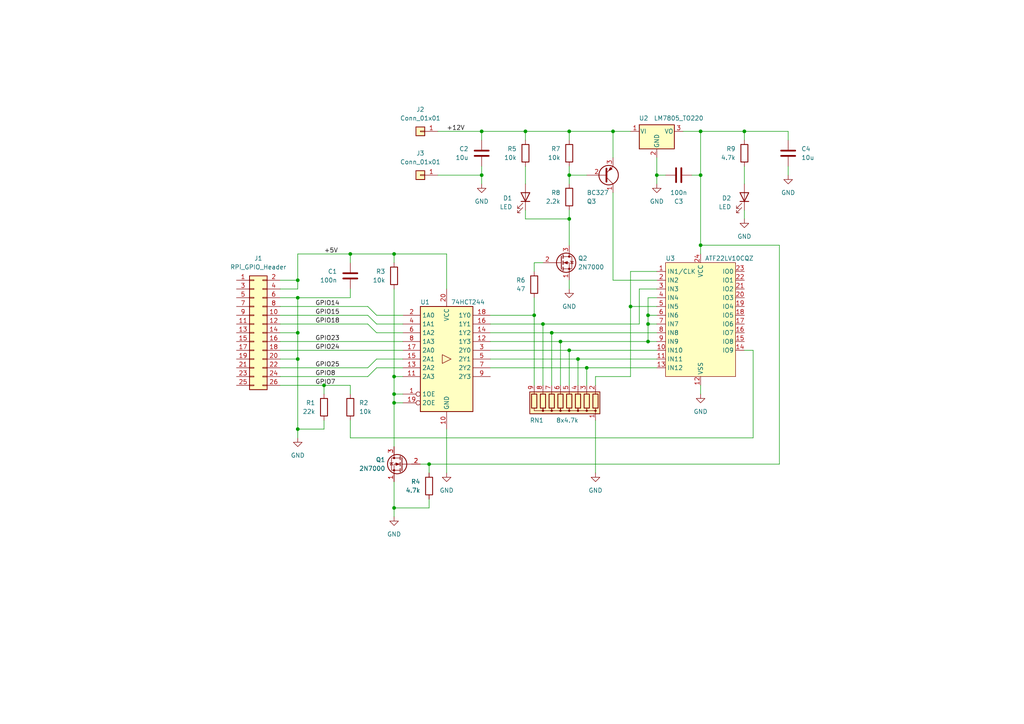
<source format=kicad_sch>
(kicad_sch (version 20230121) (generator eeschema)

  (uuid af4d6c20-d19f-4da5-8896-3746f58aa177)

  (paper "A4")

  (title_block
    (title "ATF22V10 Programmer")
    (date "2024-02-26")
    (rev "1")
  )

  (lib_symbols
    (symbol "74xx:74HCT244" (in_bom yes) (on_board yes)
      (property "Reference" "U" (at -7.62 16.51 0)
        (effects (font (size 1.27 1.27)))
      )
      (property "Value" "74HCT244" (at -7.62 -16.51 0)
        (effects (font (size 1.27 1.27)))
      )
      (property "Footprint" "" (at 0 0 0)
        (effects (font (size 1.27 1.27)) hide)
      )
      (property "Datasheet" "https://assets.nexperia.com/documents/data-sheet/74HC_HCT244.pdf" (at 0 0 0)
        (effects (font (size 1.27 1.27)) hide)
      )
      (property "ki_keywords" "HCTMOS BUFFER 3State" (at 0 0 0)
        (effects (font (size 1.27 1.27)) hide)
      )
      (property "ki_description" "8-bit Buffer/Line Driver 3-state" (at 0 0 0)
        (effects (font (size 1.27 1.27)) hide)
      )
      (property "ki_fp_filters" "TSSOP*4.4x6.5mm*P0.65mm* SSOP*4.4x6.5mm*P0.65mm*" (at 0 0 0)
        (effects (font (size 1.27 1.27)) hide)
      )
      (symbol "74HCT244_1_0"
        (polyline
          (pts
            (xy 1.27 0)
            (xy -1.27 1.27)
            (xy -1.27 -1.27)
            (xy 1.27 0)
          )
          (stroke (width 0.1524) (type default))
          (fill (type none))
        )
        (pin input inverted (at -12.7 -10.16 0) (length 5.08)
          (name "1OE" (effects (font (size 1.27 1.27))))
          (number "1" (effects (font (size 1.27 1.27))))
        )
        (pin power_in line (at 0 -20.32 90) (length 5.08)
          (name "GND" (effects (font (size 1.27 1.27))))
          (number "10" (effects (font (size 1.27 1.27))))
        )
        (pin input line (at -12.7 -5.08 0) (length 5.08)
          (name "2A3" (effects (font (size 1.27 1.27))))
          (number "11" (effects (font (size 1.27 1.27))))
        )
        (pin tri_state line (at 12.7 5.08 180) (length 5.08)
          (name "1Y3" (effects (font (size 1.27 1.27))))
          (number "12" (effects (font (size 1.27 1.27))))
        )
        (pin input line (at -12.7 -2.54 0) (length 5.08)
          (name "2A2" (effects (font (size 1.27 1.27))))
          (number "13" (effects (font (size 1.27 1.27))))
        )
        (pin tri_state line (at 12.7 7.62 180) (length 5.08)
          (name "1Y2" (effects (font (size 1.27 1.27))))
          (number "14" (effects (font (size 1.27 1.27))))
        )
        (pin input line (at -12.7 0 0) (length 5.08)
          (name "2A1" (effects (font (size 1.27 1.27))))
          (number "15" (effects (font (size 1.27 1.27))))
        )
        (pin tri_state line (at 12.7 10.16 180) (length 5.08)
          (name "1Y1" (effects (font (size 1.27 1.27))))
          (number "16" (effects (font (size 1.27 1.27))))
        )
        (pin input line (at -12.7 2.54 0) (length 5.08)
          (name "2A0" (effects (font (size 1.27 1.27))))
          (number "17" (effects (font (size 1.27 1.27))))
        )
        (pin tri_state line (at 12.7 12.7 180) (length 5.08)
          (name "1Y0" (effects (font (size 1.27 1.27))))
          (number "18" (effects (font (size 1.27 1.27))))
        )
        (pin input inverted (at -12.7 -12.7 0) (length 5.08)
          (name "2OE" (effects (font (size 1.27 1.27))))
          (number "19" (effects (font (size 1.27 1.27))))
        )
        (pin input line (at -12.7 12.7 0) (length 5.08)
          (name "1A0" (effects (font (size 1.27 1.27))))
          (number "2" (effects (font (size 1.27 1.27))))
        )
        (pin power_in line (at 0 20.32 270) (length 5.08)
          (name "VCC" (effects (font (size 1.27 1.27))))
          (number "20" (effects (font (size 1.27 1.27))))
        )
        (pin tri_state line (at 12.7 2.54 180) (length 5.08)
          (name "2Y0" (effects (font (size 1.27 1.27))))
          (number "3" (effects (font (size 1.27 1.27))))
        )
        (pin input line (at -12.7 10.16 0) (length 5.08)
          (name "1A1" (effects (font (size 1.27 1.27))))
          (number "4" (effects (font (size 1.27 1.27))))
        )
        (pin tri_state line (at 12.7 0 180) (length 5.08)
          (name "2Y1" (effects (font (size 1.27 1.27))))
          (number "5" (effects (font (size 1.27 1.27))))
        )
        (pin input line (at -12.7 7.62 0) (length 5.08)
          (name "1A2" (effects (font (size 1.27 1.27))))
          (number "6" (effects (font (size 1.27 1.27))))
        )
        (pin tri_state line (at 12.7 -2.54 180) (length 5.08)
          (name "2Y2" (effects (font (size 1.27 1.27))))
          (number "7" (effects (font (size 1.27 1.27))))
        )
        (pin input line (at -12.7 5.08 0) (length 5.08)
          (name "1A3" (effects (font (size 1.27 1.27))))
          (number "8" (effects (font (size 1.27 1.27))))
        )
        (pin tri_state line (at 12.7 -5.08 180) (length 5.08)
          (name "2Y3" (effects (font (size 1.27 1.27))))
          (number "9" (effects (font (size 1.27 1.27))))
        )
      )
      (symbol "74HCT244_1_1"
        (rectangle (start -7.62 15.24) (end 7.62 -15.24)
          (stroke (width 0.254) (type default))
          (fill (type background))
        )
      )
    )
    (symbol "Connector_Generic:Conn_01x01" (pin_names (offset 1.016) hide) (in_bom yes) (on_board yes)
      (property "Reference" "J" (at 0 2.54 0)
        (effects (font (size 1.27 1.27)))
      )
      (property "Value" "Conn_01x01" (at 0 -2.54 0)
        (effects (font (size 1.27 1.27)))
      )
      (property "Footprint" "" (at 0 0 0)
        (effects (font (size 1.27 1.27)) hide)
      )
      (property "Datasheet" "~" (at 0 0 0)
        (effects (font (size 1.27 1.27)) hide)
      )
      (property "ki_keywords" "connector" (at 0 0 0)
        (effects (font (size 1.27 1.27)) hide)
      )
      (property "ki_description" "Generic connector, single row, 01x01, script generated (kicad-library-utils/schlib/autogen/connector/)" (at 0 0 0)
        (effects (font (size 1.27 1.27)) hide)
      )
      (property "ki_fp_filters" "Connector*:*_1x??_*" (at 0 0 0)
        (effects (font (size 1.27 1.27)) hide)
      )
      (symbol "Conn_01x01_1_1"
        (rectangle (start -1.27 0.127) (end 0 -0.127)
          (stroke (width 0.1524) (type default))
          (fill (type none))
        )
        (rectangle (start -1.27 1.27) (end 1.27 -1.27)
          (stroke (width 0.254) (type default))
          (fill (type background))
        )
        (pin passive line (at -5.08 0 0) (length 3.81)
          (name "Pin_1" (effects (font (size 1.27 1.27))))
          (number "1" (effects (font (size 1.27 1.27))))
        )
      )
    )
    (symbol "Connector_Generic:Conn_02x13_Odd_Even" (pin_names (offset 1.016) hide) (in_bom yes) (on_board yes)
      (property "Reference" "J" (at 1.27 17.78 0)
        (effects (font (size 1.27 1.27)))
      )
      (property "Value" "Conn_02x13_Odd_Even" (at 1.27 -17.78 0)
        (effects (font (size 1.27 1.27)))
      )
      (property "Footprint" "" (at 0 0 0)
        (effects (font (size 1.27 1.27)) hide)
      )
      (property "Datasheet" "~" (at 0 0 0)
        (effects (font (size 1.27 1.27)) hide)
      )
      (property "ki_keywords" "connector" (at 0 0 0)
        (effects (font (size 1.27 1.27)) hide)
      )
      (property "ki_description" "Generic connector, double row, 02x13, odd/even pin numbering scheme (row 1 odd numbers, row 2 even numbers), script generated (kicad-library-utils/schlib/autogen/connector/)" (at 0 0 0)
        (effects (font (size 1.27 1.27)) hide)
      )
      (property "ki_fp_filters" "Connector*:*_2x??_*" (at 0 0 0)
        (effects (font (size 1.27 1.27)) hide)
      )
      (symbol "Conn_02x13_Odd_Even_1_1"
        (rectangle (start -1.27 -15.113) (end 0 -15.367)
          (stroke (width 0.1524) (type default))
          (fill (type none))
        )
        (rectangle (start -1.27 -12.573) (end 0 -12.827)
          (stroke (width 0.1524) (type default))
          (fill (type none))
        )
        (rectangle (start -1.27 -10.033) (end 0 -10.287)
          (stroke (width 0.1524) (type default))
          (fill (type none))
        )
        (rectangle (start -1.27 -7.493) (end 0 -7.747)
          (stroke (width 0.1524) (type default))
          (fill (type none))
        )
        (rectangle (start -1.27 -4.953) (end 0 -5.207)
          (stroke (width 0.1524) (type default))
          (fill (type none))
        )
        (rectangle (start -1.27 -2.413) (end 0 -2.667)
          (stroke (width 0.1524) (type default))
          (fill (type none))
        )
        (rectangle (start -1.27 0.127) (end 0 -0.127)
          (stroke (width 0.1524) (type default))
          (fill (type none))
        )
        (rectangle (start -1.27 2.667) (end 0 2.413)
          (stroke (width 0.1524) (type default))
          (fill (type none))
        )
        (rectangle (start -1.27 5.207) (end 0 4.953)
          (stroke (width 0.1524) (type default))
          (fill (type none))
        )
        (rectangle (start -1.27 7.747) (end 0 7.493)
          (stroke (width 0.1524) (type default))
          (fill (type none))
        )
        (rectangle (start -1.27 10.287) (end 0 10.033)
          (stroke (width 0.1524) (type default))
          (fill (type none))
        )
        (rectangle (start -1.27 12.827) (end 0 12.573)
          (stroke (width 0.1524) (type default))
          (fill (type none))
        )
        (rectangle (start -1.27 15.367) (end 0 15.113)
          (stroke (width 0.1524) (type default))
          (fill (type none))
        )
        (rectangle (start -1.27 16.51) (end 3.81 -16.51)
          (stroke (width 0.254) (type default))
          (fill (type background))
        )
        (rectangle (start 3.81 -15.113) (end 2.54 -15.367)
          (stroke (width 0.1524) (type default))
          (fill (type none))
        )
        (rectangle (start 3.81 -12.573) (end 2.54 -12.827)
          (stroke (width 0.1524) (type default))
          (fill (type none))
        )
        (rectangle (start 3.81 -10.033) (end 2.54 -10.287)
          (stroke (width 0.1524) (type default))
          (fill (type none))
        )
        (rectangle (start 3.81 -7.493) (end 2.54 -7.747)
          (stroke (width 0.1524) (type default))
          (fill (type none))
        )
        (rectangle (start 3.81 -4.953) (end 2.54 -5.207)
          (stroke (width 0.1524) (type default))
          (fill (type none))
        )
        (rectangle (start 3.81 -2.413) (end 2.54 -2.667)
          (stroke (width 0.1524) (type default))
          (fill (type none))
        )
        (rectangle (start 3.81 0.127) (end 2.54 -0.127)
          (stroke (width 0.1524) (type default))
          (fill (type none))
        )
        (rectangle (start 3.81 2.667) (end 2.54 2.413)
          (stroke (width 0.1524) (type default))
          (fill (type none))
        )
        (rectangle (start 3.81 5.207) (end 2.54 4.953)
          (stroke (width 0.1524) (type default))
          (fill (type none))
        )
        (rectangle (start 3.81 7.747) (end 2.54 7.493)
          (stroke (width 0.1524) (type default))
          (fill (type none))
        )
        (rectangle (start 3.81 10.287) (end 2.54 10.033)
          (stroke (width 0.1524) (type default))
          (fill (type none))
        )
        (rectangle (start 3.81 12.827) (end 2.54 12.573)
          (stroke (width 0.1524) (type default))
          (fill (type none))
        )
        (rectangle (start 3.81 15.367) (end 2.54 15.113)
          (stroke (width 0.1524) (type default))
          (fill (type none))
        )
        (pin passive line (at -5.08 15.24 0) (length 3.81)
          (name "Pin_1" (effects (font (size 1.27 1.27))))
          (number "1" (effects (font (size 1.27 1.27))))
        )
        (pin passive line (at 7.62 5.08 180) (length 3.81)
          (name "Pin_10" (effects (font (size 1.27 1.27))))
          (number "10" (effects (font (size 1.27 1.27))))
        )
        (pin passive line (at -5.08 2.54 0) (length 3.81)
          (name "Pin_11" (effects (font (size 1.27 1.27))))
          (number "11" (effects (font (size 1.27 1.27))))
        )
        (pin passive line (at 7.62 2.54 180) (length 3.81)
          (name "Pin_12" (effects (font (size 1.27 1.27))))
          (number "12" (effects (font (size 1.27 1.27))))
        )
        (pin passive line (at -5.08 0 0) (length 3.81)
          (name "Pin_13" (effects (font (size 1.27 1.27))))
          (number "13" (effects (font (size 1.27 1.27))))
        )
        (pin passive line (at 7.62 0 180) (length 3.81)
          (name "Pin_14" (effects (font (size 1.27 1.27))))
          (number "14" (effects (font (size 1.27 1.27))))
        )
        (pin passive line (at -5.08 -2.54 0) (length 3.81)
          (name "Pin_15" (effects (font (size 1.27 1.27))))
          (number "15" (effects (font (size 1.27 1.27))))
        )
        (pin passive line (at 7.62 -2.54 180) (length 3.81)
          (name "Pin_16" (effects (font (size 1.27 1.27))))
          (number "16" (effects (font (size 1.27 1.27))))
        )
        (pin passive line (at -5.08 -5.08 0) (length 3.81)
          (name "Pin_17" (effects (font (size 1.27 1.27))))
          (number "17" (effects (font (size 1.27 1.27))))
        )
        (pin passive line (at 7.62 -5.08 180) (length 3.81)
          (name "Pin_18" (effects (font (size 1.27 1.27))))
          (number "18" (effects (font (size 1.27 1.27))))
        )
        (pin passive line (at -5.08 -7.62 0) (length 3.81)
          (name "Pin_19" (effects (font (size 1.27 1.27))))
          (number "19" (effects (font (size 1.27 1.27))))
        )
        (pin passive line (at 7.62 15.24 180) (length 3.81)
          (name "Pin_2" (effects (font (size 1.27 1.27))))
          (number "2" (effects (font (size 1.27 1.27))))
        )
        (pin passive line (at 7.62 -7.62 180) (length 3.81)
          (name "Pin_20" (effects (font (size 1.27 1.27))))
          (number "20" (effects (font (size 1.27 1.27))))
        )
        (pin passive line (at -5.08 -10.16 0) (length 3.81)
          (name "Pin_21" (effects (font (size 1.27 1.27))))
          (number "21" (effects (font (size 1.27 1.27))))
        )
        (pin passive line (at 7.62 -10.16 180) (length 3.81)
          (name "Pin_22" (effects (font (size 1.27 1.27))))
          (number "22" (effects (font (size 1.27 1.27))))
        )
        (pin passive line (at -5.08 -12.7 0) (length 3.81)
          (name "Pin_23" (effects (font (size 1.27 1.27))))
          (number "23" (effects (font (size 1.27 1.27))))
        )
        (pin passive line (at 7.62 -12.7 180) (length 3.81)
          (name "Pin_24" (effects (font (size 1.27 1.27))))
          (number "24" (effects (font (size 1.27 1.27))))
        )
        (pin passive line (at -5.08 -15.24 0) (length 3.81)
          (name "Pin_25" (effects (font (size 1.27 1.27))))
          (number "25" (effects (font (size 1.27 1.27))))
        )
        (pin passive line (at 7.62 -15.24 180) (length 3.81)
          (name "Pin_26" (effects (font (size 1.27 1.27))))
          (number "26" (effects (font (size 1.27 1.27))))
        )
        (pin passive line (at -5.08 12.7 0) (length 3.81)
          (name "Pin_3" (effects (font (size 1.27 1.27))))
          (number "3" (effects (font (size 1.27 1.27))))
        )
        (pin passive line (at 7.62 12.7 180) (length 3.81)
          (name "Pin_4" (effects (font (size 1.27 1.27))))
          (number "4" (effects (font (size 1.27 1.27))))
        )
        (pin passive line (at -5.08 10.16 0) (length 3.81)
          (name "Pin_5" (effects (font (size 1.27 1.27))))
          (number "5" (effects (font (size 1.27 1.27))))
        )
        (pin passive line (at 7.62 10.16 180) (length 3.81)
          (name "Pin_6" (effects (font (size 1.27 1.27))))
          (number "6" (effects (font (size 1.27 1.27))))
        )
        (pin passive line (at -5.08 7.62 0) (length 3.81)
          (name "Pin_7" (effects (font (size 1.27 1.27))))
          (number "7" (effects (font (size 1.27 1.27))))
        )
        (pin passive line (at 7.62 7.62 180) (length 3.81)
          (name "Pin_8" (effects (font (size 1.27 1.27))))
          (number "8" (effects (font (size 1.27 1.27))))
        )
        (pin passive line (at -5.08 5.08 0) (length 3.81)
          (name "Pin_9" (effects (font (size 1.27 1.27))))
          (number "9" (effects (font (size 1.27 1.27))))
        )
      )
    )
    (symbol "Device:C" (pin_numbers hide) (pin_names (offset 0.254)) (in_bom yes) (on_board yes)
      (property "Reference" "C" (at 0.635 2.54 0)
        (effects (font (size 1.27 1.27)) (justify left))
      )
      (property "Value" "C" (at 0.635 -2.54 0)
        (effects (font (size 1.27 1.27)) (justify left))
      )
      (property "Footprint" "" (at 0.9652 -3.81 0)
        (effects (font (size 1.27 1.27)) hide)
      )
      (property "Datasheet" "~" (at 0 0 0)
        (effects (font (size 1.27 1.27)) hide)
      )
      (property "ki_keywords" "cap capacitor" (at 0 0 0)
        (effects (font (size 1.27 1.27)) hide)
      )
      (property "ki_description" "Unpolarized capacitor" (at 0 0 0)
        (effects (font (size 1.27 1.27)) hide)
      )
      (property "ki_fp_filters" "C_*" (at 0 0 0)
        (effects (font (size 1.27 1.27)) hide)
      )
      (symbol "C_0_1"
        (polyline
          (pts
            (xy -2.032 -0.762)
            (xy 2.032 -0.762)
          )
          (stroke (width 0.508) (type default))
          (fill (type none))
        )
        (polyline
          (pts
            (xy -2.032 0.762)
            (xy 2.032 0.762)
          )
          (stroke (width 0.508) (type default))
          (fill (type none))
        )
      )
      (symbol "C_1_1"
        (pin passive line (at 0 3.81 270) (length 2.794)
          (name "~" (effects (font (size 1.27 1.27))))
          (number "1" (effects (font (size 1.27 1.27))))
        )
        (pin passive line (at 0 -3.81 90) (length 2.794)
          (name "~" (effects (font (size 1.27 1.27))))
          (number "2" (effects (font (size 1.27 1.27))))
        )
      )
    )
    (symbol "Device:LED" (pin_numbers hide) (pin_names (offset 1.016) hide) (in_bom yes) (on_board yes)
      (property "Reference" "D" (at 0 2.54 0)
        (effects (font (size 1.27 1.27)))
      )
      (property "Value" "LED" (at 0 -2.54 0)
        (effects (font (size 1.27 1.27)))
      )
      (property "Footprint" "" (at 0 0 0)
        (effects (font (size 1.27 1.27)) hide)
      )
      (property "Datasheet" "~" (at 0 0 0)
        (effects (font (size 1.27 1.27)) hide)
      )
      (property "ki_keywords" "LED diode" (at 0 0 0)
        (effects (font (size 1.27 1.27)) hide)
      )
      (property "ki_description" "Light emitting diode" (at 0 0 0)
        (effects (font (size 1.27 1.27)) hide)
      )
      (property "ki_fp_filters" "LED* LED_SMD:* LED_THT:*" (at 0 0 0)
        (effects (font (size 1.27 1.27)) hide)
      )
      (symbol "LED_0_1"
        (polyline
          (pts
            (xy -1.27 -1.27)
            (xy -1.27 1.27)
          )
          (stroke (width 0.254) (type default))
          (fill (type none))
        )
        (polyline
          (pts
            (xy -1.27 0)
            (xy 1.27 0)
          )
          (stroke (width 0) (type default))
          (fill (type none))
        )
        (polyline
          (pts
            (xy 1.27 -1.27)
            (xy 1.27 1.27)
            (xy -1.27 0)
            (xy 1.27 -1.27)
          )
          (stroke (width 0.254) (type default))
          (fill (type none))
        )
        (polyline
          (pts
            (xy -3.048 -0.762)
            (xy -4.572 -2.286)
            (xy -3.81 -2.286)
            (xy -4.572 -2.286)
            (xy -4.572 -1.524)
          )
          (stroke (width 0) (type default))
          (fill (type none))
        )
        (polyline
          (pts
            (xy -1.778 -0.762)
            (xy -3.302 -2.286)
            (xy -2.54 -2.286)
            (xy -3.302 -2.286)
            (xy -3.302 -1.524)
          )
          (stroke (width 0) (type default))
          (fill (type none))
        )
      )
      (symbol "LED_1_1"
        (pin passive line (at -3.81 0 0) (length 2.54)
          (name "K" (effects (font (size 1.27 1.27))))
          (number "1" (effects (font (size 1.27 1.27))))
        )
        (pin passive line (at 3.81 0 180) (length 2.54)
          (name "A" (effects (font (size 1.27 1.27))))
          (number "2" (effects (font (size 1.27 1.27))))
        )
      )
    )
    (symbol "Device:R" (pin_numbers hide) (pin_names (offset 0)) (in_bom yes) (on_board yes)
      (property "Reference" "R" (at 2.032 0 90)
        (effects (font (size 1.27 1.27)))
      )
      (property "Value" "R" (at 0 0 90)
        (effects (font (size 1.27 1.27)))
      )
      (property "Footprint" "" (at -1.778 0 90)
        (effects (font (size 1.27 1.27)) hide)
      )
      (property "Datasheet" "~" (at 0 0 0)
        (effects (font (size 1.27 1.27)) hide)
      )
      (property "ki_keywords" "R res resistor" (at 0 0 0)
        (effects (font (size 1.27 1.27)) hide)
      )
      (property "ki_description" "Resistor" (at 0 0 0)
        (effects (font (size 1.27 1.27)) hide)
      )
      (property "ki_fp_filters" "R_*" (at 0 0 0)
        (effects (font (size 1.27 1.27)) hide)
      )
      (symbol "R_0_1"
        (rectangle (start -1.016 -2.54) (end 1.016 2.54)
          (stroke (width 0.254) (type default))
          (fill (type none))
        )
      )
      (symbol "R_1_1"
        (pin passive line (at 0 3.81 270) (length 1.27)
          (name "~" (effects (font (size 1.27 1.27))))
          (number "1" (effects (font (size 1.27 1.27))))
        )
        (pin passive line (at 0 -3.81 90) (length 1.27)
          (name "~" (effects (font (size 1.27 1.27))))
          (number "2" (effects (font (size 1.27 1.27))))
        )
      )
    )
    (symbol "Device:R_Network08" (pin_names (offset 0) hide) (in_bom yes) (on_board yes)
      (property "Reference" "RN" (at -12.7 0 90)
        (effects (font (size 1.27 1.27)))
      )
      (property "Value" "R_Network08" (at 10.16 0 90)
        (effects (font (size 1.27 1.27)))
      )
      (property "Footprint" "Resistor_THT:R_Array_SIP9" (at 12.065 0 90)
        (effects (font (size 1.27 1.27)) hide)
      )
      (property "Datasheet" "http://www.vishay.com/docs/31509/csc.pdf" (at 0 0 0)
        (effects (font (size 1.27 1.27)) hide)
      )
      (property "ki_keywords" "R network star-topology" (at 0 0 0)
        (effects (font (size 1.27 1.27)) hide)
      )
      (property "ki_description" "8 resistor network, star topology, bussed resistors, small symbol" (at 0 0 0)
        (effects (font (size 1.27 1.27)) hide)
      )
      (property "ki_fp_filters" "R?Array?SIP*" (at 0 0 0)
        (effects (font (size 1.27 1.27)) hide)
      )
      (symbol "R_Network08_0_1"
        (rectangle (start -11.43 -3.175) (end 8.89 3.175)
          (stroke (width 0.254) (type default))
          (fill (type background))
        )
        (rectangle (start -10.922 1.524) (end -9.398 -2.54)
          (stroke (width 0.254) (type default))
          (fill (type none))
        )
        (circle (center -10.16 2.286) (radius 0.254)
          (stroke (width 0) (type default))
          (fill (type outline))
        )
        (rectangle (start -8.382 1.524) (end -6.858 -2.54)
          (stroke (width 0.254) (type default))
          (fill (type none))
        )
        (circle (center -7.62 2.286) (radius 0.254)
          (stroke (width 0) (type default))
          (fill (type outline))
        )
        (rectangle (start -5.842 1.524) (end -4.318 -2.54)
          (stroke (width 0.254) (type default))
          (fill (type none))
        )
        (circle (center -5.08 2.286) (radius 0.254)
          (stroke (width 0) (type default))
          (fill (type outline))
        )
        (rectangle (start -3.302 1.524) (end -1.778 -2.54)
          (stroke (width 0.254) (type default))
          (fill (type none))
        )
        (circle (center -2.54 2.286) (radius 0.254)
          (stroke (width 0) (type default))
          (fill (type outline))
        )
        (rectangle (start -0.762 1.524) (end 0.762 -2.54)
          (stroke (width 0.254) (type default))
          (fill (type none))
        )
        (polyline
          (pts
            (xy -10.16 -2.54)
            (xy -10.16 -3.81)
          )
          (stroke (width 0) (type default))
          (fill (type none))
        )
        (polyline
          (pts
            (xy -7.62 -2.54)
            (xy -7.62 -3.81)
          )
          (stroke (width 0) (type default))
          (fill (type none))
        )
        (polyline
          (pts
            (xy -5.08 -2.54)
            (xy -5.08 -3.81)
          )
          (stroke (width 0) (type default))
          (fill (type none))
        )
        (polyline
          (pts
            (xy -2.54 -2.54)
            (xy -2.54 -3.81)
          )
          (stroke (width 0) (type default))
          (fill (type none))
        )
        (polyline
          (pts
            (xy 0 -2.54)
            (xy 0 -3.81)
          )
          (stroke (width 0) (type default))
          (fill (type none))
        )
        (polyline
          (pts
            (xy 2.54 -2.54)
            (xy 2.54 -3.81)
          )
          (stroke (width 0) (type default))
          (fill (type none))
        )
        (polyline
          (pts
            (xy 5.08 -2.54)
            (xy 5.08 -3.81)
          )
          (stroke (width 0) (type default))
          (fill (type none))
        )
        (polyline
          (pts
            (xy 7.62 -2.54)
            (xy 7.62 -3.81)
          )
          (stroke (width 0) (type default))
          (fill (type none))
        )
        (polyline
          (pts
            (xy -10.16 1.524)
            (xy -10.16 2.286)
            (xy -7.62 2.286)
            (xy -7.62 1.524)
          )
          (stroke (width 0) (type default))
          (fill (type none))
        )
        (polyline
          (pts
            (xy -7.62 1.524)
            (xy -7.62 2.286)
            (xy -5.08 2.286)
            (xy -5.08 1.524)
          )
          (stroke (width 0) (type default))
          (fill (type none))
        )
        (polyline
          (pts
            (xy -5.08 1.524)
            (xy -5.08 2.286)
            (xy -2.54 2.286)
            (xy -2.54 1.524)
          )
          (stroke (width 0) (type default))
          (fill (type none))
        )
        (polyline
          (pts
            (xy -2.54 1.524)
            (xy -2.54 2.286)
            (xy 0 2.286)
            (xy 0 1.524)
          )
          (stroke (width 0) (type default))
          (fill (type none))
        )
        (polyline
          (pts
            (xy 0 1.524)
            (xy 0 2.286)
            (xy 2.54 2.286)
            (xy 2.54 1.524)
          )
          (stroke (width 0) (type default))
          (fill (type none))
        )
        (polyline
          (pts
            (xy 2.54 1.524)
            (xy 2.54 2.286)
            (xy 5.08 2.286)
            (xy 5.08 1.524)
          )
          (stroke (width 0) (type default))
          (fill (type none))
        )
        (polyline
          (pts
            (xy 5.08 1.524)
            (xy 5.08 2.286)
            (xy 7.62 2.286)
            (xy 7.62 1.524)
          )
          (stroke (width 0) (type default))
          (fill (type none))
        )
        (circle (center 0 2.286) (radius 0.254)
          (stroke (width 0) (type default))
          (fill (type outline))
        )
        (rectangle (start 1.778 1.524) (end 3.302 -2.54)
          (stroke (width 0.254) (type default))
          (fill (type none))
        )
        (circle (center 2.54 2.286) (radius 0.254)
          (stroke (width 0) (type default))
          (fill (type outline))
        )
        (rectangle (start 4.318 1.524) (end 5.842 -2.54)
          (stroke (width 0.254) (type default))
          (fill (type none))
        )
        (circle (center 5.08 2.286) (radius 0.254)
          (stroke (width 0) (type default))
          (fill (type outline))
        )
        (rectangle (start 6.858 1.524) (end 8.382 -2.54)
          (stroke (width 0.254) (type default))
          (fill (type none))
        )
      )
      (symbol "R_Network08_1_1"
        (pin passive line (at -10.16 5.08 270) (length 2.54)
          (name "common" (effects (font (size 1.27 1.27))))
          (number "1" (effects (font (size 1.27 1.27))))
        )
        (pin passive line (at -10.16 -5.08 90) (length 1.27)
          (name "R1" (effects (font (size 1.27 1.27))))
          (number "2" (effects (font (size 1.27 1.27))))
        )
        (pin passive line (at -7.62 -5.08 90) (length 1.27)
          (name "R2" (effects (font (size 1.27 1.27))))
          (number "3" (effects (font (size 1.27 1.27))))
        )
        (pin passive line (at -5.08 -5.08 90) (length 1.27)
          (name "R3" (effects (font (size 1.27 1.27))))
          (number "4" (effects (font (size 1.27 1.27))))
        )
        (pin passive line (at -2.54 -5.08 90) (length 1.27)
          (name "R4" (effects (font (size 1.27 1.27))))
          (number "5" (effects (font (size 1.27 1.27))))
        )
        (pin passive line (at 0 -5.08 90) (length 1.27)
          (name "R5" (effects (font (size 1.27 1.27))))
          (number "6" (effects (font (size 1.27 1.27))))
        )
        (pin passive line (at 2.54 -5.08 90) (length 1.27)
          (name "R6" (effects (font (size 1.27 1.27))))
          (number "7" (effects (font (size 1.27 1.27))))
        )
        (pin passive line (at 5.08 -5.08 90) (length 1.27)
          (name "R7" (effects (font (size 1.27 1.27))))
          (number "8" (effects (font (size 1.27 1.27))))
        )
        (pin passive line (at 7.62 -5.08 90) (length 1.27)
          (name "R8" (effects (font (size 1.27 1.27))))
          (number "9" (effects (font (size 1.27 1.27))))
        )
      )
    )
    (symbol "Logic_Programmable_SK:ATF22LV10CQZ" (in_bom yes) (on_board yes)
      (property "Reference" "U301" (at 2.1941 21.59 0)
        (effects (font (size 1.27 1.27)) (justify left))
      )
      (property "Value" "ATF22LV10CQZ" (at 2.1941 19.05 0)
        (effects (font (size 1.27 1.27)) (justify left))
      )
      (property "Footprint" "" (at 0 -5.08 0)
        (effects (font (size 1.27 1.27)) hide)
      )
      (property "Datasheet" "https://ww1.microchip.com/downloads/en/DeviceDoc/doc0779.pdf" (at 0 22.86 0)
        (effects (font (size 1.27 1.27)) hide)
      )
      (property "ki_keywords" "CPLD PLD" (at 0 0 0)
        (effects (font (size 1.27 1.27)) hide)
      )
      (property "ki_description" "High-performance Electrically Erasable Programmable Logic Device" (at 0 0 0)
        (effects (font (size 1.27 1.27)) hide)
      )
      (symbol "ATF22LV10CQZ_1_1"
        (rectangle (start -10.16 16.51) (end 10.16 -16.51)
          (stroke (width 0) (type default))
          (fill (type background))
        )
        (pin input line (at -12.7 13.97 0) (length 2.54)
          (name "IN1/CLK" (effects (font (size 1.27 1.27))))
          (number "1" (effects (font (size 1.27 1.27))))
        )
        (pin input line (at -12.7 -8.89 0) (length 2.54)
          (name "IN10" (effects (font (size 1.27 1.27))))
          (number "10" (effects (font (size 1.27 1.27))))
        )
        (pin input line (at -12.7 -11.43 0) (length 2.54)
          (name "IN11" (effects (font (size 1.27 1.27))))
          (number "11" (effects (font (size 1.27 1.27))))
        )
        (pin power_in line (at 0 -19.05 90) (length 2.54)
          (name "VSS" (effects (font (size 1.27 1.27))))
          (number "12" (effects (font (size 1.27 1.27))))
        )
        (pin input line (at -12.7 -13.97 0) (length 2.54)
          (name "IN12" (effects (font (size 1.27 1.27))))
          (number "13" (effects (font (size 1.27 1.27))))
        )
        (pin tri_state line (at 12.7 -8.89 180) (length 2.54)
          (name "IO9" (effects (font (size 1.27 1.27))))
          (number "14" (effects (font (size 1.27 1.27))))
        )
        (pin tri_state line (at 12.7 -6.35 180) (length 2.54)
          (name "IO8" (effects (font (size 1.27 1.27))))
          (number "15" (effects (font (size 1.27 1.27))))
        )
        (pin tri_state line (at 12.7 -3.81 180) (length 2.54)
          (name "IO7" (effects (font (size 1.27 1.27))))
          (number "16" (effects (font (size 1.27 1.27))))
        )
        (pin tri_state line (at 12.7 -1.27 180) (length 2.54)
          (name "IO6" (effects (font (size 1.27 1.27))))
          (number "17" (effects (font (size 1.27 1.27))))
        )
        (pin tri_state line (at 12.7 1.27 180) (length 2.54)
          (name "IO5" (effects (font (size 1.27 1.27))))
          (number "18" (effects (font (size 1.27 1.27))))
        )
        (pin tri_state line (at 12.7 3.81 180) (length 2.54)
          (name "IO4" (effects (font (size 1.27 1.27))))
          (number "19" (effects (font (size 1.27 1.27))))
        )
        (pin input line (at -12.7 11.43 0) (length 2.54)
          (name "IN2" (effects (font (size 1.27 1.27))))
          (number "2" (effects (font (size 1.27 1.27))))
        )
        (pin tri_state line (at 12.7 6.35 180) (length 2.54)
          (name "IO3" (effects (font (size 1.27 1.27))))
          (number "20" (effects (font (size 1.27 1.27))))
        )
        (pin tri_state line (at 12.7 8.89 180) (length 2.54)
          (name "IO2" (effects (font (size 1.27 1.27))))
          (number "21" (effects (font (size 1.27 1.27))))
        )
        (pin tri_state line (at 12.7 11.43 180) (length 2.54)
          (name "IO1" (effects (font (size 1.27 1.27))))
          (number "22" (effects (font (size 1.27 1.27))))
        )
        (pin tri_state line (at 12.7 13.97 180) (length 2.54)
          (name "IO0" (effects (font (size 1.27 1.27))))
          (number "23" (effects (font (size 1.27 1.27))))
        )
        (pin power_in line (at 0 19.05 270) (length 2.54)
          (name "VCC" (effects (font (size 1.27 1.27))))
          (number "24" (effects (font (size 1.27 1.27))))
        )
        (pin input line (at -12.7 8.89 0) (length 2.54)
          (name "IN3" (effects (font (size 1.27 1.27))))
          (number "3" (effects (font (size 1.27 1.27))))
        )
        (pin input line (at -12.7 6.35 0) (length 2.54)
          (name "IN4" (effects (font (size 1.27 1.27))))
          (number "4" (effects (font (size 1.27 1.27))))
        )
        (pin input line (at -12.7 3.81 0) (length 2.54)
          (name "IN5" (effects (font (size 1.27 1.27))))
          (number "5" (effects (font (size 1.27 1.27))))
        )
        (pin input line (at -12.7 1.27 0) (length 2.54)
          (name "IN6" (effects (font (size 1.27 1.27))))
          (number "6" (effects (font (size 1.27 1.27))))
        )
        (pin input line (at -12.7 -1.27 0) (length 2.54)
          (name "IN7" (effects (font (size 1.27 1.27))))
          (number "7" (effects (font (size 1.27 1.27))))
        )
        (pin input line (at -12.7 -3.81 0) (length 2.54)
          (name "IN8" (effects (font (size 1.27 1.27))))
          (number "8" (effects (font (size 1.27 1.27))))
        )
        (pin input line (at -12.7 -6.35 0) (length 2.54)
          (name "IN9" (effects (font (size 1.27 1.27))))
          (number "9" (effects (font (size 1.27 1.27))))
        )
      )
    )
    (symbol "Regulator_Linear:LM7805_TO220" (pin_names (offset 0.254)) (in_bom yes) (on_board yes)
      (property "Reference" "U" (at -3.81 3.175 0)
        (effects (font (size 1.27 1.27)))
      )
      (property "Value" "LM7805_TO220" (at 0 3.175 0)
        (effects (font (size 1.27 1.27)) (justify left))
      )
      (property "Footprint" "Package_TO_SOT_THT:TO-220-3_Vertical" (at 0 5.715 0)
        (effects (font (size 1.27 1.27) italic) hide)
      )
      (property "Datasheet" "https://www.onsemi.cn/PowerSolutions/document/MC7800-D.PDF" (at 0 -1.27 0)
        (effects (font (size 1.27 1.27)) hide)
      )
      (property "ki_keywords" "Voltage Regulator 1A Positive" (at 0 0 0)
        (effects (font (size 1.27 1.27)) hide)
      )
      (property "ki_description" "Positive 1A 35V Linear Regulator, Fixed Output 5V, TO-220" (at 0 0 0)
        (effects (font (size 1.27 1.27)) hide)
      )
      (property "ki_fp_filters" "TO?220*" (at 0 0 0)
        (effects (font (size 1.27 1.27)) hide)
      )
      (symbol "LM7805_TO220_0_1"
        (rectangle (start -5.08 1.905) (end 5.08 -5.08)
          (stroke (width 0.254) (type default))
          (fill (type background))
        )
      )
      (symbol "LM7805_TO220_1_1"
        (pin power_in line (at -7.62 0 0) (length 2.54)
          (name "VI" (effects (font (size 1.27 1.27))))
          (number "1" (effects (font (size 1.27 1.27))))
        )
        (pin power_in line (at 0 -7.62 90) (length 2.54)
          (name "GND" (effects (font (size 1.27 1.27))))
          (number "2" (effects (font (size 1.27 1.27))))
        )
        (pin power_out line (at 7.62 0 180) (length 2.54)
          (name "VO" (effects (font (size 1.27 1.27))))
          (number "3" (effects (font (size 1.27 1.27))))
        )
      )
    )
    (symbol "Transistor_BJT:BC327" (pin_names (offset 0) hide) (in_bom yes) (on_board yes)
      (property "Reference" "Q" (at 5.08 1.905 0)
        (effects (font (size 1.27 1.27)) (justify left))
      )
      (property "Value" "BC327" (at 5.08 0 0)
        (effects (font (size 1.27 1.27)) (justify left))
      )
      (property "Footprint" "Package_TO_SOT_THT:TO-92_Inline" (at 5.08 -1.905 0)
        (effects (font (size 1.27 1.27) italic) (justify left) hide)
      )
      (property "Datasheet" "http://www.onsemi.com/pub_link/Collateral/BC327-D.PDF" (at 0 0 0)
        (effects (font (size 1.27 1.27)) (justify left) hide)
      )
      (property "ki_keywords" "PNP Transistor" (at 0 0 0)
        (effects (font (size 1.27 1.27)) hide)
      )
      (property "ki_description" "0.8A Ic, 45V Vce, PNP Transistor, TO-92" (at 0 0 0)
        (effects (font (size 1.27 1.27)) hide)
      )
      (property "ki_fp_filters" "TO?92*" (at 0 0 0)
        (effects (font (size 1.27 1.27)) hide)
      )
      (symbol "BC327_0_1"
        (polyline
          (pts
            (xy 0.635 0.635)
            (xy 2.54 2.54)
          )
          (stroke (width 0) (type default))
          (fill (type none))
        )
        (polyline
          (pts
            (xy 0.635 -0.635)
            (xy 2.54 -2.54)
            (xy 2.54 -2.54)
          )
          (stroke (width 0) (type default))
          (fill (type none))
        )
        (polyline
          (pts
            (xy 0.635 1.905)
            (xy 0.635 -1.905)
            (xy 0.635 -1.905)
          )
          (stroke (width 0.508) (type default))
          (fill (type none))
        )
        (polyline
          (pts
            (xy 2.286 -1.778)
            (xy 1.778 -2.286)
            (xy 1.27 -1.27)
            (xy 2.286 -1.778)
            (xy 2.286 -1.778)
          )
          (stroke (width 0) (type default))
          (fill (type outline))
        )
        (circle (center 1.27 0) (radius 2.8194)
          (stroke (width 0.254) (type default))
          (fill (type none))
        )
      )
      (symbol "BC327_1_1"
        (pin passive line (at 2.54 5.08 270) (length 2.54)
          (name "C" (effects (font (size 1.27 1.27))))
          (number "1" (effects (font (size 1.27 1.27))))
        )
        (pin input line (at -5.08 0 0) (length 5.715)
          (name "B" (effects (font (size 1.27 1.27))))
          (number "2" (effects (font (size 1.27 1.27))))
        )
        (pin passive line (at 2.54 -5.08 90) (length 2.54)
          (name "E" (effects (font (size 1.27 1.27))))
          (number "3" (effects (font (size 1.27 1.27))))
        )
      )
    )
    (symbol "Transistor_FET:2N7000" (pin_names hide) (in_bom yes) (on_board yes)
      (property "Reference" "Q" (at 5.08 1.905 0)
        (effects (font (size 1.27 1.27)) (justify left))
      )
      (property "Value" "2N7000" (at 5.08 0 0)
        (effects (font (size 1.27 1.27)) (justify left))
      )
      (property "Footprint" "Package_TO_SOT_THT:TO-92_Inline" (at 5.08 -1.905 0)
        (effects (font (size 1.27 1.27) italic) (justify left) hide)
      )
      (property "Datasheet" "https://www.vishay.com/docs/70226/70226.pdf" (at 5.08 -3.81 0)
        (effects (font (size 1.27 1.27)) (justify left) hide)
      )
      (property "ki_keywords" "N-Channel MOSFET Logic-Level" (at 0 0 0)
        (effects (font (size 1.27 1.27)) hide)
      )
      (property "ki_description" "0.2A Id, 200V Vds, N-Channel MOSFET, 2.6V Logic Level, TO-92" (at 0 0 0)
        (effects (font (size 1.27 1.27)) hide)
      )
      (property "ki_fp_filters" "TO?92*" (at 0 0 0)
        (effects (font (size 1.27 1.27)) hide)
      )
      (symbol "2N7000_0_1"
        (polyline
          (pts
            (xy 0.254 0)
            (xy -2.54 0)
          )
          (stroke (width 0) (type default))
          (fill (type none))
        )
        (polyline
          (pts
            (xy 0.254 1.905)
            (xy 0.254 -1.905)
          )
          (stroke (width 0.254) (type default))
          (fill (type none))
        )
        (polyline
          (pts
            (xy 0.762 -1.27)
            (xy 0.762 -2.286)
          )
          (stroke (width 0.254) (type default))
          (fill (type none))
        )
        (polyline
          (pts
            (xy 0.762 0.508)
            (xy 0.762 -0.508)
          )
          (stroke (width 0.254) (type default))
          (fill (type none))
        )
        (polyline
          (pts
            (xy 0.762 2.286)
            (xy 0.762 1.27)
          )
          (stroke (width 0.254) (type default))
          (fill (type none))
        )
        (polyline
          (pts
            (xy 2.54 2.54)
            (xy 2.54 1.778)
          )
          (stroke (width 0) (type default))
          (fill (type none))
        )
        (polyline
          (pts
            (xy 2.54 -2.54)
            (xy 2.54 0)
            (xy 0.762 0)
          )
          (stroke (width 0) (type default))
          (fill (type none))
        )
        (polyline
          (pts
            (xy 0.762 -1.778)
            (xy 3.302 -1.778)
            (xy 3.302 1.778)
            (xy 0.762 1.778)
          )
          (stroke (width 0) (type default))
          (fill (type none))
        )
        (polyline
          (pts
            (xy 1.016 0)
            (xy 2.032 0.381)
            (xy 2.032 -0.381)
            (xy 1.016 0)
          )
          (stroke (width 0) (type default))
          (fill (type outline))
        )
        (polyline
          (pts
            (xy 2.794 0.508)
            (xy 2.921 0.381)
            (xy 3.683 0.381)
            (xy 3.81 0.254)
          )
          (stroke (width 0) (type default))
          (fill (type none))
        )
        (polyline
          (pts
            (xy 3.302 0.381)
            (xy 2.921 -0.254)
            (xy 3.683 -0.254)
            (xy 3.302 0.381)
          )
          (stroke (width 0) (type default))
          (fill (type none))
        )
        (circle (center 1.651 0) (radius 2.794)
          (stroke (width 0.254) (type default))
          (fill (type none))
        )
        (circle (center 2.54 -1.778) (radius 0.254)
          (stroke (width 0) (type default))
          (fill (type outline))
        )
        (circle (center 2.54 1.778) (radius 0.254)
          (stroke (width 0) (type default))
          (fill (type outline))
        )
      )
      (symbol "2N7000_1_1"
        (pin passive line (at 2.54 -5.08 90) (length 2.54)
          (name "S" (effects (font (size 1.27 1.27))))
          (number "1" (effects (font (size 1.27 1.27))))
        )
        (pin input line (at -5.08 0 0) (length 2.54)
          (name "G" (effects (font (size 1.27 1.27))))
          (number "2" (effects (font (size 1.27 1.27))))
        )
        (pin passive line (at 2.54 5.08 270) (length 2.54)
          (name "D" (effects (font (size 1.27 1.27))))
          (number "3" (effects (font (size 1.27 1.27))))
        )
      )
    )
    (symbol "power:GND" (power) (pin_names (offset 0)) (in_bom yes) (on_board yes)
      (property "Reference" "#PWR" (at 0 -6.35 0)
        (effects (font (size 1.27 1.27)) hide)
      )
      (property "Value" "GND" (at 0 -3.81 0)
        (effects (font (size 1.27 1.27)))
      )
      (property "Footprint" "" (at 0 0 0)
        (effects (font (size 1.27 1.27)) hide)
      )
      (property "Datasheet" "" (at 0 0 0)
        (effects (font (size 1.27 1.27)) hide)
      )
      (property "ki_keywords" "global power" (at 0 0 0)
        (effects (font (size 1.27 1.27)) hide)
      )
      (property "ki_description" "Power symbol creates a global label with name \"GND\" , ground" (at 0 0 0)
        (effects (font (size 1.27 1.27)) hide)
      )
      (symbol "GND_0_1"
        (polyline
          (pts
            (xy 0 0)
            (xy 0 -1.27)
            (xy 1.27 -1.27)
            (xy 0 -2.54)
            (xy -1.27 -1.27)
            (xy 0 -1.27)
          )
          (stroke (width 0) (type default))
          (fill (type none))
        )
      )
      (symbol "GND_1_1"
        (pin power_in line (at 0 0 270) (length 0) hide
          (name "GND" (effects (font (size 1.27 1.27))))
          (number "1" (effects (font (size 1.27 1.27))))
        )
      )
    )
  )

  (junction (at 187.96 99.06) (diameter 0) (color 0 0 0 0)
    (uuid 02c53332-e2e9-4451-9406-7826d569437b)
  )
  (junction (at 86.36 81.28) (diameter 0) (color 0 0 0 0)
    (uuid 02cd3d8d-2fb9-432f-b641-06c728868998)
  )
  (junction (at 124.46 134.62) (diameter 0) (color 0 0 0 0)
    (uuid 03dd19ca-2f21-4f5d-8a26-2b2d46418ba9)
  )
  (junction (at 190.5 50.8) (diameter 0) (color 0 0 0 0)
    (uuid 0abd47a6-0f38-4f49-b09e-afac12ebbc9b)
  )
  (junction (at 86.36 86.36) (diameter 0) (color 0 0 0 0)
    (uuid 0d4a0ca8-1efd-4027-a013-78613770a68a)
  )
  (junction (at 167.64 104.14) (diameter 0) (color 0 0 0 0)
    (uuid 11971347-ddcc-48a4-8722-07a14e339e69)
  )
  (junction (at 114.3 147.32) (diameter 0) (color 0 0 0 0)
    (uuid 165fd29b-ca9f-4587-a16c-75e7ffa46461)
  )
  (junction (at 162.56 99.06) (diameter 0) (color 0 0 0 0)
    (uuid 1f34731d-df8f-421f-b985-5943808a218a)
  )
  (junction (at 203.2 50.8) (diameter 0) (color 0 0 0 0)
    (uuid 37b6b2cb-bd7e-4d98-a18b-851c4ae480d8)
  )
  (junction (at 160.02 96.52) (diameter 0) (color 0 0 0 0)
    (uuid 39181e45-dbe1-46a4-ac85-d6d241f2c98b)
  )
  (junction (at 165.1 63.5) (diameter 0) (color 0 0 0 0)
    (uuid 41746506-4d32-42cc-b6a4-32b812c59989)
  )
  (junction (at 139.7 38.1) (diameter 0) (color 0 0 0 0)
    (uuid 4a6b6efa-d768-4d8f-80db-c21572a0adb5)
  )
  (junction (at 182.88 88.9) (diameter 0) (color 0 0 0 0)
    (uuid 5ea5bba6-7152-4774-a112-bf238c122226)
  )
  (junction (at 215.9 38.1) (diameter 0) (color 0 0 0 0)
    (uuid 6f5aa4a8-c6cc-4d08-a190-404ed872532f)
  )
  (junction (at 86.36 124.46) (diameter 0) (color 0 0 0 0)
    (uuid 742778f6-9e44-4d3c-9f45-c5522bc3fb93)
  )
  (junction (at 139.7 50.8) (diameter 0) (color 0 0 0 0)
    (uuid 7e97eec0-f84b-4c10-9bf2-12c115dd1299)
  )
  (junction (at 114.3 73.66) (diameter 0) (color 0 0 0 0)
    (uuid 7ea74f02-3b57-4b8d-94b5-a686f6a30ad5)
  )
  (junction (at 165.1 38.1) (diameter 0) (color 0 0 0 0)
    (uuid a048cc7c-9803-44d2-b9b4-1e47b654d48f)
  )
  (junction (at 93.98 111.76) (diameter 0) (color 0 0 0 0)
    (uuid a277ea3d-867c-4c8c-bd91-d6724c924fce)
  )
  (junction (at 187.96 93.98) (diameter 0) (color 0 0 0 0)
    (uuid a61328ba-1421-4ae6-b7ea-54fd4808ade9)
  )
  (junction (at 177.8 38.1) (diameter 0) (color 0 0 0 0)
    (uuid b1527e14-88d8-48b6-af57-11cb61ea38cf)
  )
  (junction (at 187.96 91.44) (diameter 0) (color 0 0 0 0)
    (uuid b2cf5d49-d6d3-4d98-8dee-79204000fcd0)
  )
  (junction (at 170.18 106.68) (diameter 0) (color 0 0 0 0)
    (uuid b611811a-5a18-47a5-a7de-cdeaad08eddb)
  )
  (junction (at 203.2 38.1) (diameter 0) (color 0 0 0 0)
    (uuid bad88ab3-fa13-4d74-b5d0-6239d31b11aa)
  )
  (junction (at 203.2 71.12) (diameter 0) (color 0 0 0 0)
    (uuid c203c39e-5fa7-4001-8461-aad41d21255d)
  )
  (junction (at 154.94 91.44) (diameter 0) (color 0 0 0 0)
    (uuid c3649502-2f13-4ffc-8bfa-fbb10bcdad23)
  )
  (junction (at 165.1 50.8) (diameter 0) (color 0 0 0 0)
    (uuid c64909b7-1d39-463e-85e6-d56ddba3f1c7)
  )
  (junction (at 152.4 38.1) (diameter 0) (color 0 0 0 0)
    (uuid ce3a4319-b639-4933-ad98-57e34632e158)
  )
  (junction (at 114.3 109.22) (diameter 0) (color 0 0 0 0)
    (uuid d790b903-af5f-405e-b67d-76ffe01a7288)
  )
  (junction (at 165.1 101.6) (diameter 0) (color 0 0 0 0)
    (uuid dfba7ddd-9766-45c6-89d3-7cf95f4ab35c)
  )
  (junction (at 86.36 104.14) (diameter 0) (color 0 0 0 0)
    (uuid e1786ba4-615a-4548-9081-a68f2a0da9fe)
  )
  (junction (at 157.48 93.98) (diameter 0) (color 0 0 0 0)
    (uuid e3ba6827-6bda-4ae3-9bc2-6b7d2111b3a5)
  )
  (junction (at 86.36 96.52) (diameter 0) (color 0 0 0 0)
    (uuid e46fbaf0-6d4a-4125-9d96-8c1f26f460a4)
  )
  (junction (at 101.6 73.66) (diameter 0) (color 0 0 0 0)
    (uuid e4739872-77b3-47e2-9c13-bdcb38bd4708)
  )
  (junction (at 114.3 116.84) (diameter 0) (color 0 0 0 0)
    (uuid f518fe8e-2d7b-4815-8329-e5f15ddbe41a)
  )
  (junction (at 114.3 114.3) (diameter 0) (color 0 0 0 0)
    (uuid ff08f1f7-edd9-4ac7-98fc-f82bee26fd31)
  )

  (wire (pts (xy 109.22 93.98) (xy 116.84 93.98))
    (stroke (width 0) (type default))
    (uuid 0486ab6f-e6dc-4c6c-9c07-3ef3893e3035)
  )
  (wire (pts (xy 139.7 50.8) (xy 139.7 53.34))
    (stroke (width 0) (type default))
    (uuid 055b031d-fcd7-46fe-9084-0b7d118ffae3)
  )
  (wire (pts (xy 101.6 73.66) (xy 101.6 76.2))
    (stroke (width 0) (type default))
    (uuid 07eb03f7-291f-4c73-badd-8735d0155cef)
  )
  (wire (pts (xy 106.68 93.98) (xy 109.22 96.52))
    (stroke (width 0) (type default))
    (uuid 0b6cb639-d1a4-4665-a09f-cbfe59215c40)
  )
  (wire (pts (xy 154.94 86.36) (xy 154.94 91.44))
    (stroke (width 0) (type default))
    (uuid 0e06a774-ebe4-4640-96c0-9fc6e02d1528)
  )
  (wire (pts (xy 152.4 63.5) (xy 165.1 63.5))
    (stroke (width 0) (type default))
    (uuid 10b850f8-be33-4e41-ac04-029c272c487a)
  )
  (wire (pts (xy 124.46 144.78) (xy 124.46 147.32))
    (stroke (width 0) (type default))
    (uuid 122b4454-1bb8-41c2-9c08-2a46156f3c14)
  )
  (wire (pts (xy 142.24 93.98) (xy 157.48 93.98))
    (stroke (width 0) (type default))
    (uuid 12dbbe00-54ac-4825-b397-a605319112e7)
  )
  (wire (pts (xy 114.3 109.22) (xy 116.84 109.22))
    (stroke (width 0) (type default))
    (uuid 16011129-e2f3-4491-aade-9342e1abf2fb)
  )
  (wire (pts (xy 114.3 139.7) (xy 114.3 147.32))
    (stroke (width 0) (type default))
    (uuid 17f16a2f-957a-43f4-91b8-bfaca6456665)
  )
  (wire (pts (xy 86.36 104.14) (xy 86.36 124.46))
    (stroke (width 0) (type default))
    (uuid 191dec9c-acda-498e-8226-3b4dc427c7e5)
  )
  (wire (pts (xy 165.1 38.1) (xy 177.8 38.1))
    (stroke (width 0) (type default))
    (uuid 194f89c9-6d8a-4cb1-b0a4-e2236ee3b19f)
  )
  (wire (pts (xy 142.24 99.06) (xy 162.56 99.06))
    (stroke (width 0) (type default))
    (uuid 19753fdd-e438-469b-995d-dd574169df6b)
  )
  (wire (pts (xy 109.22 104.14) (xy 116.84 104.14))
    (stroke (width 0) (type default))
    (uuid 1cf91d79-bd44-4bf8-b531-751505cb86f0)
  )
  (wire (pts (xy 226.06 71.12) (xy 203.2 71.12))
    (stroke (width 0) (type default))
    (uuid 1e41ed4f-9ba7-4aaf-8765-20b372b086f1)
  )
  (wire (pts (xy 187.96 86.36) (xy 187.96 91.44))
    (stroke (width 0) (type default))
    (uuid 1eedc2ea-0bd3-4bce-b626-ab81b1192ea8)
  )
  (wire (pts (xy 127 38.1) (xy 139.7 38.1))
    (stroke (width 0) (type default))
    (uuid 2013673a-d929-41e1-bf18-c70711505f3e)
  )
  (wire (pts (xy 165.1 101.6) (xy 190.5 101.6))
    (stroke (width 0) (type default))
    (uuid 22c0f195-2e57-4f5f-b910-61e24d0ee59f)
  )
  (wire (pts (xy 152.4 48.26) (xy 152.4 53.34))
    (stroke (width 0) (type default))
    (uuid 25357036-f463-4f5f-9ec5-df4dfa3771fb)
  )
  (wire (pts (xy 81.28 86.36) (xy 86.36 86.36))
    (stroke (width 0) (type default))
    (uuid 259d411b-aba2-49e6-bcd8-f79a725c9f33)
  )
  (wire (pts (xy 86.36 124.46) (xy 86.36 127))
    (stroke (width 0) (type default))
    (uuid 2dd1ac65-c39c-4294-929c-2bb8148c317a)
  )
  (wire (pts (xy 162.56 99.06) (xy 187.96 99.06))
    (stroke (width 0) (type default))
    (uuid 2e83e6cd-27e5-46bc-9e9a-2b66f2893590)
  )
  (wire (pts (xy 142.24 101.6) (xy 165.1 101.6))
    (stroke (width 0) (type default))
    (uuid 300eb37e-7f9f-4df7-94e7-6af031fcc832)
  )
  (wire (pts (xy 152.4 38.1) (xy 152.4 40.64))
    (stroke (width 0) (type default))
    (uuid 308efffb-05a8-4957-a297-c025d8353882)
  )
  (wire (pts (xy 165.1 63.5) (xy 165.1 71.12))
    (stroke (width 0) (type default))
    (uuid 354b11f2-022f-4ee3-bb99-799013600776)
  )
  (wire (pts (xy 86.36 86.36) (xy 86.36 96.52))
    (stroke (width 0) (type default))
    (uuid 38b37e82-152e-4f64-bfa0-a62643b2cb8d)
  )
  (wire (pts (xy 177.8 81.28) (xy 177.8 55.88))
    (stroke (width 0) (type default))
    (uuid 3cc8880b-0983-4000-9374-d7272301e67d)
  )
  (wire (pts (xy 165.1 38.1) (xy 165.1 40.64))
    (stroke (width 0) (type default))
    (uuid 3d6deb6d-73e5-4f2b-b951-8810da8485fb)
  )
  (wire (pts (xy 101.6 83.82) (xy 101.6 86.36))
    (stroke (width 0) (type default))
    (uuid 3fdcfe30-d460-478c-90a9-986ff7ab4eee)
  )
  (wire (pts (xy 177.8 38.1) (xy 177.8 45.72))
    (stroke (width 0) (type default))
    (uuid 410968d3-4530-40b7-8de9-702acbebaf75)
  )
  (wire (pts (xy 93.98 111.76) (xy 93.98 114.3))
    (stroke (width 0) (type default))
    (uuid 41512e23-bd7c-461d-9ec6-94e9bca53b5c)
  )
  (wire (pts (xy 165.1 60.96) (xy 165.1 63.5))
    (stroke (width 0) (type default))
    (uuid 425fe918-2e42-4dff-867c-42e7ec121c4c)
  )
  (wire (pts (xy 218.44 101.6) (xy 218.44 127))
    (stroke (width 0) (type default))
    (uuid 46a678b7-9e69-473a-8115-505b41c5a2ea)
  )
  (wire (pts (xy 101.6 127) (xy 218.44 127))
    (stroke (width 0) (type default))
    (uuid 4c4fc439-f617-4967-b1f0-f99d17a72a3f)
  )
  (wire (pts (xy 152.4 60.96) (xy 152.4 63.5))
    (stroke (width 0) (type default))
    (uuid 4cdac37e-c19f-4cc7-a021-9e73ae9180b5)
  )
  (wire (pts (xy 203.2 111.76) (xy 203.2 114.3))
    (stroke (width 0) (type default))
    (uuid 4e77ee0e-8ee9-4b83-8925-cdf2a76bea49)
  )
  (wire (pts (xy 187.96 91.44) (xy 190.5 91.44))
    (stroke (width 0) (type default))
    (uuid 4f980b1f-2461-4362-a47a-e7afc55a10e2)
  )
  (wire (pts (xy 114.3 73.66) (xy 129.54 73.66))
    (stroke (width 0) (type default))
    (uuid 52591b42-ae6d-441a-befb-783a63ca8d5a)
  )
  (wire (pts (xy 170.18 106.68) (xy 170.18 111.76))
    (stroke (width 0) (type default))
    (uuid 5347b96b-defc-40e5-a2dc-f7476750d6cb)
  )
  (wire (pts (xy 127 50.8) (xy 139.7 50.8))
    (stroke (width 0) (type default))
    (uuid 5930825b-046b-4d2b-9287-9725f0fbe67d)
  )
  (wire (pts (xy 106.68 109.22) (xy 109.22 106.68))
    (stroke (width 0) (type default))
    (uuid 5999e2c1-e387-41ee-8d6b-78f5f4f368c8)
  )
  (wire (pts (xy 160.02 96.52) (xy 160.02 111.76))
    (stroke (width 0) (type default))
    (uuid 5e830c75-8f12-4a03-bc4a-b8f6067f8911)
  )
  (wire (pts (xy 157.48 93.98) (xy 157.48 111.76))
    (stroke (width 0) (type default))
    (uuid 6044b436-eaa1-42c2-93a8-d0abd9ec6cb3)
  )
  (wire (pts (xy 124.46 134.62) (xy 124.46 137.16))
    (stroke (width 0) (type default))
    (uuid 605899fe-02a7-4371-8085-1233bc04ffae)
  )
  (wire (pts (xy 114.3 114.3) (xy 116.84 114.3))
    (stroke (width 0) (type default))
    (uuid 61420087-a242-4670-b869-3c3a9cf9c0da)
  )
  (wire (pts (xy 187.96 99.06) (xy 190.5 99.06))
    (stroke (width 0) (type default))
    (uuid 62bbfbac-b33c-4f18-b287-1915438d3261)
  )
  (wire (pts (xy 93.98 121.92) (xy 93.98 124.46))
    (stroke (width 0) (type default))
    (uuid 65c38852-a0ea-4542-89cd-a4eaa6447a60)
  )
  (wire (pts (xy 114.3 109.22) (xy 114.3 114.3))
    (stroke (width 0) (type default))
    (uuid 66906f33-a386-420d-81b3-c79e13ebfb43)
  )
  (wire (pts (xy 86.36 81.28) (xy 86.36 83.82))
    (stroke (width 0) (type default))
    (uuid 685f0c7c-74ff-4ffd-9c21-ad56eae2b7db)
  )
  (wire (pts (xy 106.68 91.44) (xy 109.22 93.98))
    (stroke (width 0) (type default))
    (uuid 69989c89-8150-4cf9-8c36-a81db0c2fde5)
  )
  (wire (pts (xy 215.9 38.1) (xy 228.6 38.1))
    (stroke (width 0) (type default))
    (uuid 6e2dbbd7-c6f6-410b-a441-9a0a09226e30)
  )
  (wire (pts (xy 165.1 101.6) (xy 165.1 111.76))
    (stroke (width 0) (type default))
    (uuid 7073415e-f980-4efb-bdce-5c09b65159b5)
  )
  (wire (pts (xy 81.28 81.28) (xy 86.36 81.28))
    (stroke (width 0) (type default))
    (uuid 726cccdb-6352-43ec-b862-78ac6af7e27b)
  )
  (wire (pts (xy 114.3 114.3) (xy 114.3 116.84))
    (stroke (width 0) (type default))
    (uuid 74220552-fe1a-4985-be95-cb49eedd7ffa)
  )
  (wire (pts (xy 86.36 73.66) (xy 101.6 73.66))
    (stroke (width 0) (type default))
    (uuid 75ee97c1-c03c-4c67-8069-f050007dbb06)
  )
  (wire (pts (xy 203.2 50.8) (xy 203.2 71.12))
    (stroke (width 0) (type default))
    (uuid 75fcfb56-2eba-4aa8-a970-a4fcee52eb33)
  )
  (wire (pts (xy 114.3 116.84) (xy 116.84 116.84))
    (stroke (width 0) (type default))
    (uuid 79b25eef-196e-4d83-a809-50d57b169bb7)
  )
  (wire (pts (xy 81.28 91.44) (xy 106.68 91.44))
    (stroke (width 0) (type default))
    (uuid 7bd1b988-da75-41d2-b0c8-71b5c3339b50)
  )
  (wire (pts (xy 154.94 76.2) (xy 157.48 76.2))
    (stroke (width 0) (type default))
    (uuid 7da6ca85-6c1c-48a6-8f4e-f9ce46d6f17e)
  )
  (wire (pts (xy 190.5 50.8) (xy 190.5 53.34))
    (stroke (width 0) (type default))
    (uuid 7e03b75f-4df4-4192-b5fe-23e5f3eed1c3)
  )
  (wire (pts (xy 226.06 71.12) (xy 226.06 134.62))
    (stroke (width 0) (type default))
    (uuid 80e07306-5663-4cbe-b676-1b1403a92573)
  )
  (wire (pts (xy 172.72 121.92) (xy 172.72 137.16))
    (stroke (width 0) (type default))
    (uuid 81d1f687-ffde-47d7-b6e9-da211b48575c)
  )
  (wire (pts (xy 101.6 111.76) (xy 101.6 114.3))
    (stroke (width 0) (type default))
    (uuid 84cc8c7e-63c5-45ac-8e48-a46cd943d138)
  )
  (wire (pts (xy 114.3 147.32) (xy 124.46 147.32))
    (stroke (width 0) (type default))
    (uuid 8549f449-f7d3-4235-943c-9602a8e747ea)
  )
  (wire (pts (xy 142.24 96.52) (xy 160.02 96.52))
    (stroke (width 0) (type default))
    (uuid 855b8d67-343e-421c-9313-f5471a2463e6)
  )
  (wire (pts (xy 109.22 91.44) (xy 116.84 91.44))
    (stroke (width 0) (type default))
    (uuid 86c53989-ce7c-4475-9754-1c4ffc829e3f)
  )
  (wire (pts (xy 114.3 116.84) (xy 114.3 129.54))
    (stroke (width 0) (type default))
    (uuid 874da466-8a3f-4fdb-9ecd-f27a2732c39d)
  )
  (wire (pts (xy 81.28 99.06) (xy 116.84 99.06))
    (stroke (width 0) (type default))
    (uuid 88dd0d90-3899-468a-911f-23851276c2b8)
  )
  (wire (pts (xy 81.28 88.9) (xy 106.68 88.9))
    (stroke (width 0) (type default))
    (uuid 8b892a0b-a6ba-4f08-a2bc-ea164c532b2f)
  )
  (wire (pts (xy 203.2 38.1) (xy 203.2 50.8))
    (stroke (width 0) (type default))
    (uuid 8bbac4b9-e13a-49fa-9c78-bf4eb07dcdf5)
  )
  (wire (pts (xy 215.9 101.6) (xy 218.44 101.6))
    (stroke (width 0) (type default))
    (uuid 8d51eee2-1d49-4a85-afc0-78e4bab3e06d)
  )
  (wire (pts (xy 193.04 50.8) (xy 190.5 50.8))
    (stroke (width 0) (type default))
    (uuid 8deeab99-28d4-452d-9a20-de090c30c64d)
  )
  (wire (pts (xy 109.22 96.52) (xy 116.84 96.52))
    (stroke (width 0) (type default))
    (uuid 8eb11300-42d8-4535-9eee-b683174ef03d)
  )
  (wire (pts (xy 81.28 104.14) (xy 86.36 104.14))
    (stroke (width 0) (type default))
    (uuid 8f49434e-e3ae-4e51-8cfb-cd8233436d24)
  )
  (wire (pts (xy 182.88 88.9) (xy 190.5 88.9))
    (stroke (width 0) (type default))
    (uuid 911c4cd8-3f1e-4969-b191-3f928271401f)
  )
  (wire (pts (xy 170.18 106.68) (xy 190.5 106.68))
    (stroke (width 0) (type default))
    (uuid 9325fc80-7010-4f40-837d-f5b2ab6693f0)
  )
  (wire (pts (xy 177.8 38.1) (xy 182.88 38.1))
    (stroke (width 0) (type default))
    (uuid 95e42045-5bd6-4699-a2eb-73e5ba0a880c)
  )
  (wire (pts (xy 187.96 93.98) (xy 187.96 99.06))
    (stroke (width 0) (type default))
    (uuid 96b2775b-077a-43c7-a323-ea4ebf0b2bab)
  )
  (wire (pts (xy 106.68 88.9) (xy 109.22 91.44))
    (stroke (width 0) (type default))
    (uuid 97e1ce9f-450a-4326-a520-0c8cb81c4979)
  )
  (wire (pts (xy 129.54 137.16) (xy 129.54 124.46))
    (stroke (width 0) (type default))
    (uuid 98ce152e-d7f6-41bd-b7f3-98a98682d3d2)
  )
  (wire (pts (xy 190.5 45.72) (xy 190.5 50.8))
    (stroke (width 0) (type default))
    (uuid 9a960428-f00a-473e-a2bf-338fdd9aea96)
  )
  (wire (pts (xy 142.24 106.68) (xy 170.18 106.68))
    (stroke (width 0) (type default))
    (uuid 9e97ce0f-6e44-4c8a-bf69-95763d552867)
  )
  (wire (pts (xy 86.36 96.52) (xy 86.36 104.14))
    (stroke (width 0) (type default))
    (uuid 9f02cd7a-d28c-4a9d-8d0b-3f2db8bffc2f)
  )
  (wire (pts (xy 139.7 48.26) (xy 139.7 50.8))
    (stroke (width 0) (type default))
    (uuid a0b605a1-8836-4d29-bab2-2f9374048c3e)
  )
  (wire (pts (xy 187.96 93.98) (xy 190.5 93.98))
    (stroke (width 0) (type default))
    (uuid a3251253-8442-43aa-aa7a-2224d8d0a5b4)
  )
  (wire (pts (xy 81.28 101.6) (xy 116.84 101.6))
    (stroke (width 0) (type default))
    (uuid a3893725-7744-446e-a495-2b51e85592be)
  )
  (wire (pts (xy 129.54 73.66) (xy 129.54 83.82))
    (stroke (width 0) (type default))
    (uuid a433bd5d-ae59-40fb-ac63-1e8c7fec5819)
  )
  (wire (pts (xy 139.7 38.1) (xy 152.4 38.1))
    (stroke (width 0) (type default))
    (uuid a496e602-e821-4a29-a2dd-73cae451bbe3)
  )
  (wire (pts (xy 177.8 81.28) (xy 190.5 81.28))
    (stroke (width 0) (type default))
    (uuid a904a8a6-a058-4612-b699-6181a3df5a76)
  )
  (wire (pts (xy 114.3 73.66) (xy 114.3 76.2))
    (stroke (width 0) (type default))
    (uuid a972ced2-ec8a-41e3-8de4-c4962ced7d27)
  )
  (wire (pts (xy 81.28 83.82) (xy 86.36 83.82))
    (stroke (width 0) (type default))
    (uuid a9a89914-f9a5-4a89-ace3-431b1a4c2628)
  )
  (wire (pts (xy 81.28 96.52) (xy 86.36 96.52))
    (stroke (width 0) (type default))
    (uuid ab4851f0-0cb7-412a-989c-ff57a5186e8a)
  )
  (wire (pts (xy 162.56 99.06) (xy 162.56 111.76))
    (stroke (width 0) (type default))
    (uuid abcb354a-f0b2-46ef-a2f4-87da36173a44)
  )
  (wire (pts (xy 114.3 147.32) (xy 114.3 149.86))
    (stroke (width 0) (type default))
    (uuid ae9223af-6e73-4962-8796-ee511877f402)
  )
  (wire (pts (xy 154.94 91.44) (xy 154.94 111.76))
    (stroke (width 0) (type default))
    (uuid af59be11-c9ad-41bb-8e40-e6c8253af179)
  )
  (wire (pts (xy 182.88 88.9) (xy 182.88 109.22))
    (stroke (width 0) (type default))
    (uuid b0a92305-d4aa-4e22-9e8b-3fd16805d53d)
  )
  (wire (pts (xy 114.3 83.82) (xy 114.3 109.22))
    (stroke (width 0) (type default))
    (uuid b1b30558-5a6f-459a-897f-4a76fbec7158)
  )
  (wire (pts (xy 165.1 50.8) (xy 165.1 53.34))
    (stroke (width 0) (type default))
    (uuid b7ba391a-afd7-420e-8880-f7eb75c805e3)
  )
  (wire (pts (xy 121.92 134.62) (xy 124.46 134.62))
    (stroke (width 0) (type default))
    (uuid b7dcced4-6d14-4a50-bdf1-36a0b064e79f)
  )
  (wire (pts (xy 152.4 38.1) (xy 165.1 38.1))
    (stroke (width 0) (type default))
    (uuid ba27e4f0-0143-4936-b601-09eee0af0280)
  )
  (wire (pts (xy 187.96 86.36) (xy 190.5 86.36))
    (stroke (width 0) (type default))
    (uuid bc978358-1fab-4565-993d-a0e84ea2fce4)
  )
  (wire (pts (xy 86.36 86.36) (xy 101.6 86.36))
    (stroke (width 0) (type default))
    (uuid bcb99e2d-9c4b-45a5-94cd-0549e541c072)
  )
  (wire (pts (xy 86.36 73.66) (xy 86.36 81.28))
    (stroke (width 0) (type default))
    (uuid bd3fd78b-72e5-4da7-bd00-e60cea0c94d1)
  )
  (wire (pts (xy 215.9 63.5) (xy 215.9 60.96))
    (stroke (width 0) (type default))
    (uuid c0a12258-b61a-4b96-be5f-944df5750451)
  )
  (wire (pts (xy 203.2 38.1) (xy 215.9 38.1))
    (stroke (width 0) (type default))
    (uuid c5029c5e-cdb0-4f62-a9a1-787d4be2fe17)
  )
  (wire (pts (xy 81.28 111.76) (xy 93.98 111.76))
    (stroke (width 0) (type default))
    (uuid c7523e4b-abdf-4287-96cf-bb5d2f3ece2e)
  )
  (wire (pts (xy 81.28 93.98) (xy 106.68 93.98))
    (stroke (width 0) (type default))
    (uuid cbb20c39-c636-4dab-a863-0b932330dfab)
  )
  (wire (pts (xy 81.28 106.68) (xy 106.68 106.68))
    (stroke (width 0) (type default))
    (uuid cf7bfede-b97a-44b4-a5d0-b2ba3e49b18b)
  )
  (wire (pts (xy 165.1 50.8) (xy 170.18 50.8))
    (stroke (width 0) (type default))
    (uuid cfd5ed67-bf10-4369-aac0-aeb16798297a)
  )
  (wire (pts (xy 142.24 91.44) (xy 154.94 91.44))
    (stroke (width 0) (type default))
    (uuid d2388309-42ee-4ad1-93f1-06d648c72c3f)
  )
  (wire (pts (xy 185.42 83.82) (xy 185.42 93.98))
    (stroke (width 0) (type default))
    (uuid d2e1eefe-1a30-4aa4-af23-970c83a48dee)
  )
  (wire (pts (xy 124.46 134.62) (xy 226.06 134.62))
    (stroke (width 0) (type default))
    (uuid d303e5a0-8598-42b1-bcef-9e4541b5a158)
  )
  (wire (pts (xy 182.88 109.22) (xy 172.72 109.22))
    (stroke (width 0) (type default))
    (uuid d5cdcbbc-17f3-4ed6-bc41-efe9ad826956)
  )
  (wire (pts (xy 182.88 78.74) (xy 190.5 78.74))
    (stroke (width 0) (type default))
    (uuid d721ef3a-8170-41dd-ab4d-fca40721b691)
  )
  (wire (pts (xy 172.72 109.22) (xy 172.72 111.76))
    (stroke (width 0) (type default))
    (uuid d8ce73b4-5315-409b-b081-705339cbe750)
  )
  (wire (pts (xy 160.02 96.52) (xy 190.5 96.52))
    (stroke (width 0) (type default))
    (uuid dc8a7ab4-7ea6-4d8a-b04d-57585966bf97)
  )
  (wire (pts (xy 187.96 91.44) (xy 187.96 93.98))
    (stroke (width 0) (type default))
    (uuid de15bb8d-4eb6-4bcf-82e1-a75dff34bd5a)
  )
  (wire (pts (xy 228.6 48.26) (xy 228.6 50.8))
    (stroke (width 0) (type default))
    (uuid df1703c2-3744-4c80-8008-4183c3d382a0)
  )
  (wire (pts (xy 165.1 48.26) (xy 165.1 50.8))
    (stroke (width 0) (type default))
    (uuid e26d215f-f709-4c55-853c-0337e07d53dd)
  )
  (wire (pts (xy 139.7 38.1) (xy 139.7 40.64))
    (stroke (width 0) (type default))
    (uuid e30fc242-7ff7-4776-82c4-8e204cf94bb6)
  )
  (wire (pts (xy 101.6 121.92) (xy 101.6 127))
    (stroke (width 0) (type default))
    (uuid e38aaf8b-4c6a-4364-8182-1b4da812211c)
  )
  (wire (pts (xy 228.6 38.1) (xy 228.6 40.64))
    (stroke (width 0) (type default))
    (uuid e4574e03-7298-4c1f-9aca-b939e2a7d202)
  )
  (wire (pts (xy 185.42 83.82) (xy 190.5 83.82))
    (stroke (width 0) (type default))
    (uuid e4a1c6a2-4d5f-40e3-beff-4adbb7e7927e)
  )
  (wire (pts (xy 154.94 76.2) (xy 154.94 78.74))
    (stroke (width 0) (type default))
    (uuid e7d6b77f-f479-4ef3-b94c-86953ac2157a)
  )
  (wire (pts (xy 106.68 106.68) (xy 109.22 104.14))
    (stroke (width 0) (type default))
    (uuid e8ace20f-0d1f-4dbc-ac58-16eeb06a2da4)
  )
  (wire (pts (xy 203.2 71.12) (xy 203.2 73.66))
    (stroke (width 0) (type default))
    (uuid ea32d43c-3f84-49c5-a655-6104a84acfdc)
  )
  (wire (pts (xy 109.22 106.68) (xy 116.84 106.68))
    (stroke (width 0) (type default))
    (uuid ea794713-cece-4f16-a660-44787820e326)
  )
  (wire (pts (xy 203.2 38.1) (xy 198.12 38.1))
    (stroke (width 0) (type default))
    (uuid ec244fcf-7a89-4634-b003-14d6e3bd91f0)
  )
  (wire (pts (xy 101.6 73.66) (xy 114.3 73.66))
    (stroke (width 0) (type default))
    (uuid ed108585-a4ac-4f64-b0fa-79100a69ceaa)
  )
  (wire (pts (xy 165.1 81.28) (xy 165.1 83.82))
    (stroke (width 0) (type default))
    (uuid ed570bcd-a561-4342-ac21-b0c73fa0eec3)
  )
  (wire (pts (xy 81.28 109.22) (xy 106.68 109.22))
    (stroke (width 0) (type default))
    (uuid ee89536a-5f09-4da3-97d0-135ed3e10d74)
  )
  (wire (pts (xy 167.64 104.14) (xy 167.64 111.76))
    (stroke (width 0) (type default))
    (uuid f19dc189-7c91-426b-bc5c-2f7d5ba2d797)
  )
  (wire (pts (xy 142.24 104.14) (xy 167.64 104.14))
    (stroke (width 0) (type default))
    (uuid f4488c29-4911-4774-b42f-a95fd183ebfb)
  )
  (wire (pts (xy 157.48 93.98) (xy 185.42 93.98))
    (stroke (width 0) (type default))
    (uuid f4bb6fc2-d0e1-4418-9239-7fd68ae72201)
  )
  (wire (pts (xy 203.2 50.8) (xy 200.66 50.8))
    (stroke (width 0) (type default))
    (uuid f6ff72f1-05ee-4560-abe7-7b9101df2c81)
  )
  (wire (pts (xy 215.9 48.26) (xy 215.9 53.34))
    (stroke (width 0) (type default))
    (uuid f930b781-79ae-4ec0-91c4-d767f3108900)
  )
  (wire (pts (xy 182.88 78.74) (xy 182.88 88.9))
    (stroke (width 0) (type default))
    (uuid f93f381d-2008-49d8-9578-dc53b62f0262)
  )
  (wire (pts (xy 101.6 111.76) (xy 93.98 111.76))
    (stroke (width 0) (type default))
    (uuid fb19dbd9-4f49-427b-ad6e-2ba94b8e0e08)
  )
  (wire (pts (xy 86.36 124.46) (xy 93.98 124.46))
    (stroke (width 0) (type default))
    (uuid fd2536d1-c8fa-4248-9342-12f592e68a3a)
  )
  (wire (pts (xy 215.9 38.1) (xy 215.9 40.64))
    (stroke (width 0) (type default))
    (uuid fd6168a6-fd8b-4e6b-9f0b-ba47fc8e722a)
  )
  (wire (pts (xy 167.64 104.14) (xy 190.5 104.14))
    (stroke (width 0) (type default))
    (uuid fd7c9759-d3eb-4f53-a65a-4c8ee7da0769)
  )

  (label "GPIO15" (at 91.44 91.44 0) (fields_autoplaced)
    (effects (font (size 1.27 1.27)) (justify left bottom))
    (uuid 0900ab9b-6edf-4b21-99bf-7f6d8923ffdc)
  )
  (label "GPIO23" (at 91.44 99.06 0) (fields_autoplaced)
    (effects (font (size 1.27 1.27)) (justify left bottom))
    (uuid 39805176-80dc-4c48-a450-d241af8ac65b)
  )
  (label "+5V" (at 93.98 73.66 0) (fields_autoplaced)
    (effects (font (size 1.27 1.27)) (justify left bottom))
    (uuid 55f06eec-201b-452f-bf3a-d10f86b198a8)
  )
  (label "GPIO7" (at 91.44 111.76 0) (fields_autoplaced)
    (effects (font (size 1.27 1.27)) (justify left bottom))
    (uuid 62619286-0053-4653-b934-697c449416bb)
  )
  (label "GPIO14" (at 91.44 88.9 0) (fields_autoplaced)
    (effects (font (size 1.27 1.27)) (justify left bottom))
    (uuid 70b9c2a1-da52-43cc-8265-02748100e628)
  )
  (label "+12V" (at 129.54 38.1 0) (fields_autoplaced)
    (effects (font (size 1.27 1.27)) (justify left bottom))
    (uuid 84fe8f8b-b592-4b46-9cd8-3bf9b2ddeafa)
  )
  (label "GPIO24" (at 91.44 101.6 0) (fields_autoplaced)
    (effects (font (size 1.27 1.27)) (justify left bottom))
    (uuid 921ff814-fc8a-4ab1-bd66-dd6df9398684)
  )
  (label "GPIO18" (at 91.44 93.98 0) (fields_autoplaced)
    (effects (font (size 1.27 1.27)) (justify left bottom))
    (uuid 9d39fe2e-d5cd-476d-b40c-6756e64733b3)
  )
  (label "GPIO25" (at 91.44 106.68 0) (fields_autoplaced)
    (effects (font (size 1.27 1.27)) (justify left bottom))
    (uuid d53759d6-2780-4fb8-b943-797a9c8b108a)
  )
  (label "GPIO8" (at 91.44 109.22 0) (fields_autoplaced)
    (effects (font (size 1.27 1.27)) (justify left bottom))
    (uuid de73f8f4-3809-4e25-a14e-69d79c34abc6)
  )

  (symbol (lib_id "Device:R") (at 114.3 80.01 0) (mirror x) (unit 1)
    (in_bom yes) (on_board yes) (dnp no)
    (uuid 03946baf-8059-4a02-9516-e7359a6bedb6)
    (property "Reference" "R3" (at 111.76 78.74 0)
      (effects (font (size 1.27 1.27)) (justify right))
    )
    (property "Value" "10k" (at 111.76 81.28 0)
      (effects (font (size 1.27 1.27)) (justify right))
    )
    (property "Footprint" "Resistor_THT:R_Axial_DIN0207_L6.3mm_D2.5mm_P7.62mm_Horizontal" (at 112.522 80.01 90)
      (effects (font (size 1.27 1.27)) hide)
    )
    (property "Datasheet" "~" (at 114.3 80.01 0)
      (effects (font (size 1.27 1.27)) hide)
    )
    (pin "2" (uuid 473bd588-398b-4ad6-a616-38de9b74c229))
    (pin "1" (uuid 3095b360-59b9-4cb2-a01a-1f6de05838bf))
    (instances
      (project "atf22v10"
        (path "/af4d6c20-d19f-4da5-8896-3746f58aa177"
          (reference "R3") (unit 1)
        )
      )
    )
  )

  (symbol (lib_id "Device:C") (at 101.6 80.01 0) (unit 1)
    (in_bom yes) (on_board yes) (dnp no)
    (uuid 0feed273-9fe2-4ad8-a090-7ecd26bdcb34)
    (property "Reference" "C1" (at 97.79 78.74 0)
      (effects (font (size 1.27 1.27)) (justify right))
    )
    (property "Value" "100n" (at 97.79 81.28 0)
      (effects (font (size 1.27 1.27)) (justify right))
    )
    (property "Footprint" "Capacitor_THT:C_Disc_D3.4mm_W2.1mm_P2.50mm" (at 102.5652 83.82 0)
      (effects (font (size 1.27 1.27)) hide)
    )
    (property "Datasheet" "~" (at 101.6 80.01 0)
      (effects (font (size 1.27 1.27)) hide)
    )
    (pin "2" (uuid ee80b69f-3b4a-426c-8259-90ac9f4696d6))
    (pin "1" (uuid 398d7fc9-b073-4372-9fbb-ea12ca372caf))
    (instances
      (project "atf22v10"
        (path "/af4d6c20-d19f-4da5-8896-3746f58aa177"
          (reference "C1") (unit 1)
        )
      )
    )
  )

  (symbol (lib_id "power:GND") (at 228.6 50.8 0) (mirror y) (unit 1)
    (in_bom yes) (on_board yes) (dnp no) (fields_autoplaced)
    (uuid 186ff0d3-f9f2-4b49-bf58-e3de0b164ba5)
    (property "Reference" "#PWR011" (at 228.6 57.15 0)
      (effects (font (size 1.27 1.27)) hide)
    )
    (property "Value" "GND" (at 228.6 55.88 0)
      (effects (font (size 1.27 1.27)))
    )
    (property "Footprint" "" (at 228.6 50.8 0)
      (effects (font (size 1.27 1.27)) hide)
    )
    (property "Datasheet" "" (at 228.6 50.8 0)
      (effects (font (size 1.27 1.27)) hide)
    )
    (pin "1" (uuid 31d8a280-0cb5-4b46-91cb-75e40fadeb88))
    (instances
      (project "atf22v10"
        (path "/af4d6c20-d19f-4da5-8896-3746f58aa177"
          (reference "#PWR011") (unit 1)
        )
      )
    )
  )

  (symbol (lib_id "Device:C") (at 228.6 44.45 0) (mirror y) (unit 1)
    (in_bom yes) (on_board yes) (dnp no)
    (uuid 1b1d6752-5a37-4e34-a482-d8b447e72559)
    (property "Reference" "C4" (at 232.41 43.18 0)
      (effects (font (size 1.27 1.27)) (justify right))
    )
    (property "Value" "10u" (at 232.41 45.72 0)
      (effects (font (size 1.27 1.27)) (justify right))
    )
    (property "Footprint" "Capacitor_THT:CP_Radial_D5.0mm_P2.50mm" (at 227.6348 48.26 0)
      (effects (font (size 1.27 1.27)) hide)
    )
    (property "Datasheet" "~" (at 228.6 44.45 0)
      (effects (font (size 1.27 1.27)) hide)
    )
    (pin "2" (uuid e653250a-8fe7-47e6-b004-74db9f138e84))
    (pin "1" (uuid f542ee8a-2833-4efb-a902-9c07f60ad7f7))
    (instances
      (project "atf22v10"
        (path "/af4d6c20-d19f-4da5-8896-3746f58aa177"
          (reference "C4") (unit 1)
        )
      )
    )
  )

  (symbol (lib_id "Transistor_FET:2N7000") (at 116.84 134.62 0) (mirror y) (unit 1)
    (in_bom yes) (on_board yes) (dnp no)
    (uuid 1fe907e8-ce2a-4f4e-8aeb-33ac6aeb08be)
    (property "Reference" "Q1" (at 111.76 133.35 0)
      (effects (font (size 1.27 1.27)) (justify left))
    )
    (property "Value" "2N7000" (at 111.76 135.89 0)
      (effects (font (size 1.27 1.27)) (justify left))
    )
    (property "Footprint" "Package_TO_SOT_THT:TO-92_Inline_Wide" (at 111.76 136.525 0)
      (effects (font (size 1.27 1.27) italic) (justify left) hide)
    )
    (property "Datasheet" "https://www.vishay.com/docs/70226/70226.pdf" (at 111.76 138.43 0)
      (effects (font (size 1.27 1.27)) (justify left) hide)
    )
    (pin "3" (uuid dd957ef2-6ba0-417f-9daf-b5e497c4b785))
    (pin "2" (uuid 84b8e793-9f12-4651-8bc6-01e8fa0e458f))
    (pin "1" (uuid 8661486c-21a8-42b4-8032-25953b878b11))
    (instances
      (project "atf22v10"
        (path "/af4d6c20-d19f-4da5-8896-3746f58aa177"
          (reference "Q1") (unit 1)
        )
      )
    )
  )

  (symbol (lib_id "power:GND") (at 86.36 127 0) (mirror y) (unit 1)
    (in_bom yes) (on_board yes) (dnp no) (fields_autoplaced)
    (uuid 2d470489-fde9-4ba6-8e65-d3a04015a8cc)
    (property "Reference" "#PWR01" (at 86.36 133.35 0)
      (effects (font (size 1.27 1.27)) hide)
    )
    (property "Value" "GND" (at 86.36 132.08 0)
      (effects (font (size 1.27 1.27)))
    )
    (property "Footprint" "" (at 86.36 127 0)
      (effects (font (size 1.27 1.27)) hide)
    )
    (property "Datasheet" "" (at 86.36 127 0)
      (effects (font (size 1.27 1.27)) hide)
    )
    (pin "1" (uuid 3fd02b75-b6bb-45e3-83c8-4e345d1397be))
    (instances
      (project "atf22v10"
        (path "/af4d6c20-d19f-4da5-8896-3746f58aa177"
          (reference "#PWR01") (unit 1)
        )
      )
    )
  )

  (symbol (lib_id "power:GND") (at 129.54 137.16 0) (mirror y) (unit 1)
    (in_bom yes) (on_board yes) (dnp no) (fields_autoplaced)
    (uuid 3009f01f-1b39-43db-b132-851c14d3cabc)
    (property "Reference" "#PWR03" (at 129.54 143.51 0)
      (effects (font (size 1.27 1.27)) hide)
    )
    (property "Value" "GND" (at 129.54 142.24 0)
      (effects (font (size 1.27 1.27)))
    )
    (property "Footprint" "" (at 129.54 137.16 0)
      (effects (font (size 1.27 1.27)) hide)
    )
    (property "Datasheet" "" (at 129.54 137.16 0)
      (effects (font (size 1.27 1.27)) hide)
    )
    (pin "1" (uuid 827f65f3-2506-4158-abb7-d46dfcf255d9))
    (instances
      (project "atf22v10"
        (path "/af4d6c20-d19f-4da5-8896-3746f58aa177"
          (reference "#PWR03") (unit 1)
        )
      )
    )
  )

  (symbol (lib_id "Device:R") (at 93.98 118.11 0) (mirror x) (unit 1)
    (in_bom yes) (on_board yes) (dnp no)
    (uuid 33b6fb2e-6ab5-4aad-9ccb-fd69a56f5a8f)
    (property "Reference" "R1" (at 91.44 116.84 0)
      (effects (font (size 1.27 1.27)) (justify right))
    )
    (property "Value" "22k" (at 91.44 119.38 0)
      (effects (font (size 1.27 1.27)) (justify right))
    )
    (property "Footprint" "Resistor_THT:R_Axial_DIN0207_L6.3mm_D2.5mm_P7.62mm_Horizontal" (at 92.202 118.11 90)
      (effects (font (size 1.27 1.27)) hide)
    )
    (property "Datasheet" "~" (at 93.98 118.11 0)
      (effects (font (size 1.27 1.27)) hide)
    )
    (pin "2" (uuid 8f90388a-10c2-4d44-82a8-6aa0bb9aad65))
    (pin "1" (uuid a442e143-b77f-4fb4-9530-0b10233e2da0))
    (instances
      (project "atf22v10"
        (path "/af4d6c20-d19f-4da5-8896-3746f58aa177"
          (reference "R1") (unit 1)
        )
      )
    )
  )

  (symbol (lib_id "Device:R") (at 101.6 118.11 180) (unit 1)
    (in_bom yes) (on_board yes) (dnp no)
    (uuid 48f1917a-8454-4fe4-b603-308729042d83)
    (property "Reference" "R2" (at 104.14 116.84 0)
      (effects (font (size 1.27 1.27)) (justify right))
    )
    (property "Value" "10k" (at 104.14 119.38 0)
      (effects (font (size 1.27 1.27)) (justify right))
    )
    (property "Footprint" "Resistor_THT:R_Axial_DIN0207_L6.3mm_D2.5mm_P7.62mm_Horizontal" (at 103.378 118.11 90)
      (effects (font (size 1.27 1.27)) hide)
    )
    (property "Datasheet" "~" (at 101.6 118.11 0)
      (effects (font (size 1.27 1.27)) hide)
    )
    (pin "2" (uuid d725df20-0294-4afe-aabe-989217dff498))
    (pin "1" (uuid 416b8279-c332-450a-afd9-a9033eb18035))
    (instances
      (project "atf22v10"
        (path "/af4d6c20-d19f-4da5-8896-3746f58aa177"
          (reference "R2") (unit 1)
        )
      )
    )
  )

  (symbol (lib_id "power:GND") (at 203.2 114.3 0) (mirror y) (unit 1)
    (in_bom yes) (on_board yes) (dnp no) (fields_autoplaced)
    (uuid 52e7db73-28b7-47e1-bb84-da3e2f5cf8d3)
    (property "Reference" "#PWR09" (at 203.2 120.65 0)
      (effects (font (size 1.27 1.27)) hide)
    )
    (property "Value" "GND" (at 203.2 119.38 0)
      (effects (font (size 1.27 1.27)))
    )
    (property "Footprint" "" (at 203.2 114.3 0)
      (effects (font (size 1.27 1.27)) hide)
    )
    (property "Datasheet" "" (at 203.2 114.3 0)
      (effects (font (size 1.27 1.27)) hide)
    )
    (pin "1" (uuid ebf08515-5f8c-419e-8160-e106f94b22cd))
    (instances
      (project "atf22v10"
        (path "/af4d6c20-d19f-4da5-8896-3746f58aa177"
          (reference "#PWR09") (unit 1)
        )
      )
    )
  )

  (symbol (lib_id "Device:R") (at 165.1 44.45 0) (unit 1)
    (in_bom yes) (on_board yes) (dnp no)
    (uuid 59b58411-628f-49f5-9ee3-4e82a24d776b)
    (property "Reference" "R7" (at 162.56 43.18 0)
      (effects (font (size 1.27 1.27)) (justify right))
    )
    (property "Value" "10k" (at 162.56 45.72 0)
      (effects (font (size 1.27 1.27)) (justify right))
    )
    (property "Footprint" "Resistor_THT:R_Axial_DIN0207_L6.3mm_D2.5mm_P7.62mm_Horizontal" (at 163.322 44.45 90)
      (effects (font (size 1.27 1.27)) hide)
    )
    (property "Datasheet" "~" (at 165.1 44.45 0)
      (effects (font (size 1.27 1.27)) hide)
    )
    (pin "1" (uuid 2166e238-65b9-4b99-a678-7b2c1090b9d2))
    (pin "2" (uuid 30335a7c-5504-4b2a-a593-fffafd675670))
    (instances
      (project "atf22v10"
        (path "/af4d6c20-d19f-4da5-8896-3746f58aa177"
          (reference "R7") (unit 1)
        )
      )
    )
  )

  (symbol (lib_id "power:GND") (at 172.72 137.16 0) (mirror y) (unit 1)
    (in_bom yes) (on_board yes) (dnp no) (fields_autoplaced)
    (uuid 60453293-1542-46ac-ad3c-f8977998e18c)
    (property "Reference" "#PWR07" (at 172.72 143.51 0)
      (effects (font (size 1.27 1.27)) hide)
    )
    (property "Value" "GND" (at 172.72 142.24 0)
      (effects (font (size 1.27 1.27)))
    )
    (property "Footprint" "" (at 172.72 137.16 0)
      (effects (font (size 1.27 1.27)) hide)
    )
    (property "Datasheet" "" (at 172.72 137.16 0)
      (effects (font (size 1.27 1.27)) hide)
    )
    (pin "1" (uuid 08bb9575-f4e0-45bc-a22c-341c4d8cb814))
    (instances
      (project "atf22v10"
        (path "/af4d6c20-d19f-4da5-8896-3746f58aa177"
          (reference "#PWR07") (unit 1)
        )
      )
    )
  )

  (symbol (lib_id "power:GND") (at 114.3 149.86 0) (mirror y) (unit 1)
    (in_bom yes) (on_board yes) (dnp no) (fields_autoplaced)
    (uuid 62627781-e340-49d6-b249-9931e04fa0bc)
    (property "Reference" "#PWR02" (at 114.3 156.21 0)
      (effects (font (size 1.27 1.27)) hide)
    )
    (property "Value" "GND" (at 114.3 154.94 0)
      (effects (font (size 1.27 1.27)))
    )
    (property "Footprint" "" (at 114.3 149.86 0)
      (effects (font (size 1.27 1.27)) hide)
    )
    (property "Datasheet" "" (at 114.3 149.86 0)
      (effects (font (size 1.27 1.27)) hide)
    )
    (pin "1" (uuid 348f9d38-1a90-4738-a022-9f3aacc13f6d))
    (instances
      (project "atf22v10"
        (path "/af4d6c20-d19f-4da5-8896-3746f58aa177"
          (reference "#PWR02") (unit 1)
        )
      )
    )
  )

  (symbol (lib_id "power:GND") (at 165.1 83.82 0) (mirror y) (unit 1)
    (in_bom yes) (on_board yes) (dnp no)
    (uuid 64352af0-c956-4ca6-885a-b1b487d857ad)
    (property "Reference" "#PWR06" (at 165.1 90.17 0)
      (effects (font (size 1.27 1.27)) hide)
    )
    (property "Value" "GND" (at 165.1 88.9 0)
      (effects (font (size 1.27 1.27)))
    )
    (property "Footprint" "" (at 165.1 83.82 0)
      (effects (font (size 1.27 1.27)) hide)
    )
    (property "Datasheet" "" (at 165.1 83.82 0)
      (effects (font (size 1.27 1.27)) hide)
    )
    (pin "1" (uuid 571954da-d63f-4969-a04b-98ec3b7a7f98))
    (instances
      (project "atf22v10"
        (path "/af4d6c20-d19f-4da5-8896-3746f58aa177"
          (reference "#PWR06") (unit 1)
        )
      )
    )
  )

  (symbol (lib_id "Device:R_Network08") (at 162.56 116.84 180) (unit 1)
    (in_bom yes) (on_board yes) (dnp no)
    (uuid 8194baac-56bd-4e63-952c-3211cecd235c)
    (property "Reference" "RN1" (at 153.67 121.92 0)
      (effects (font (size 1.27 1.27)) (justify right))
    )
    (property "Value" "8x4.7k" (at 161.29 121.92 0)
      (effects (font (size 1.27 1.27)) (justify right))
    )
    (property "Footprint" "Resistor_THT:R_Array_SIP9" (at 150.495 116.84 90)
      (effects (font (size 1.27 1.27)) hide)
    )
    (property "Datasheet" "http://www.vishay.com/docs/31509/csc.pdf" (at 162.56 116.84 0)
      (effects (font (size 1.27 1.27)) hide)
    )
    (pin "4" (uuid 51ee1d66-6b9a-4e4c-b09f-27918b2bc495))
    (pin "5" (uuid 6c21c3ae-703f-4909-ad81-c110054db69c))
    (pin "8" (uuid d42df692-4de9-4c71-b309-ace7976d7128))
    (pin "9" (uuid 46a6d5d7-75bc-48bf-85c6-fbf9afc0c9f9))
    (pin "3" (uuid 15d8adaa-29fe-4d41-a04c-e15c89fedc12))
    (pin "2" (uuid 53fa2b77-1fdb-4dce-aea1-1689e35f2990))
    (pin "1" (uuid d5b33839-b40d-4e7e-bee9-0fba43b03827))
    (pin "6" (uuid a0ec9600-223e-408f-83b4-2f227279518c))
    (pin "7" (uuid e0660f47-b7b6-4bc3-98c0-e8505b471c09))
    (instances
      (project "atf22v10"
        (path "/af4d6c20-d19f-4da5-8896-3746f58aa177"
          (reference "RN1") (unit 1)
        )
      )
    )
  )

  (symbol (lib_id "Device:LED") (at 215.9 57.15 270) (mirror x) (unit 1)
    (in_bom yes) (on_board yes) (dnp no)
    (uuid 82f60e9f-3960-45db-b4dc-7637a4eec526)
    (property "Reference" "D2" (at 212.09 57.4675 90)
      (effects (font (size 1.27 1.27)) (justify right))
    )
    (property "Value" "LED" (at 212.09 60.0075 90)
      (effects (font (size 1.27 1.27)) (justify right))
    )
    (property "Footprint" "LED_THT:LED_D3.0mm" (at 215.9 57.15 0)
      (effects (font (size 1.27 1.27)) hide)
    )
    (property "Datasheet" "~" (at 215.9 57.15 0)
      (effects (font (size 1.27 1.27)) hide)
    )
    (pin "1" (uuid 8252f03a-1e52-48c4-81eb-736b2e891b40))
    (pin "2" (uuid 33259c36-6866-4cf6-af03-e7bff08e9418))
    (instances
      (project "atf22v10"
        (path "/af4d6c20-d19f-4da5-8896-3746f58aa177"
          (reference "D2") (unit 1)
        )
      )
    )
  )

  (symbol (lib_id "Connector_Generic:Conn_01x01") (at 121.92 38.1 180) (unit 1)
    (in_bom yes) (on_board yes) (dnp no) (fields_autoplaced)
    (uuid 8569e21c-10fd-48e8-aae4-3662f5862989)
    (property "Reference" "J2" (at 121.92 31.75 0)
      (effects (font (size 1.27 1.27)))
    )
    (property "Value" "Conn_01x01" (at 121.92 34.29 0)
      (effects (font (size 1.27 1.27)))
    )
    (property "Footprint" "Connector_SK:Connector_Banana_THT" (at 121.92 38.1 0)
      (effects (font (size 1.27 1.27)) hide)
    )
    (property "Datasheet" "~" (at 121.92 38.1 0)
      (effects (font (size 1.27 1.27)) hide)
    )
    (pin "1" (uuid 37992dad-f560-41ab-85e4-ace376e1f470))
    (instances
      (project "atf22v10"
        (path "/af4d6c20-d19f-4da5-8896-3746f58aa177"
          (reference "J2") (unit 1)
        )
      )
    )
  )

  (symbol (lib_id "Transistor_FET:2N7000") (at 162.56 76.2 0) (unit 1)
    (in_bom yes) (on_board yes) (dnp no)
    (uuid 8622c6e3-c7cd-4bc3-9441-0aee69e61fbe)
    (property "Reference" "Q2" (at 167.64 74.93 0)
      (effects (font (size 1.27 1.27)) (justify left))
    )
    (property "Value" "2N7000" (at 167.64 77.47 0)
      (effects (font (size 1.27 1.27)) (justify left))
    )
    (property "Footprint" "Package_TO_SOT_THT:TO-92_Inline_Wide" (at 167.64 78.105 0)
      (effects (font (size 1.27 1.27) italic) (justify left) hide)
    )
    (property "Datasheet" "https://www.vishay.com/docs/70226/70226.pdf" (at 167.64 80.01 0)
      (effects (font (size 1.27 1.27)) (justify left) hide)
    )
    (property "Field4" "" (at 162.56 76.2 0)
      (effects (font (size 1.27 1.27)) hide)
    )
    (pin "3" (uuid 08aff974-6f0c-4d17-8d1f-29294d839933))
    (pin "2" (uuid 88dd46f0-ca16-4ab5-803e-d1c321515aa0))
    (pin "1" (uuid 85c533e4-d573-4eee-980a-56229f919697))
    (instances
      (project "atf22v10"
        (path "/af4d6c20-d19f-4da5-8896-3746f58aa177"
          (reference "Q2") (unit 1)
        )
      )
    )
  )

  (symbol (lib_id "power:GND") (at 190.5 53.34 0) (unit 1)
    (in_bom yes) (on_board yes) (dnp no) (fields_autoplaced)
    (uuid 86cfc66d-5d77-43c2-9b04-6ea2fa7299f6)
    (property "Reference" "#PWR08" (at 190.5 59.69 0)
      (effects (font (size 1.27 1.27)) hide)
    )
    (property "Value" "GND" (at 190.5 58.42 0)
      (effects (font (size 1.27 1.27)))
    )
    (property "Footprint" "" (at 190.5 53.34 0)
      (effects (font (size 1.27 1.27)) hide)
    )
    (property "Datasheet" "" (at 190.5 53.34 0)
      (effects (font (size 1.27 1.27)) hide)
    )
    (pin "1" (uuid d1333f31-5e41-4c5d-acd4-8ab51a5caa2a))
    (instances
      (project "atf22v10"
        (path "/af4d6c20-d19f-4da5-8896-3746f58aa177"
          (reference "#PWR08") (unit 1)
        )
      )
    )
  )

  (symbol (lib_id "Device:C") (at 139.7 44.45 0) (unit 1)
    (in_bom yes) (on_board yes) (dnp no)
    (uuid 94a4421c-893f-4541-b8f7-74b4b342c1e6)
    (property "Reference" "C2" (at 135.89 43.18 0)
      (effects (font (size 1.27 1.27)) (justify right))
    )
    (property "Value" "10u" (at 135.89 45.72 0)
      (effects (font (size 1.27 1.27)) (justify right))
    )
    (property "Footprint" "Capacitor_THT:CP_Radial_D5.0mm_P2.50mm" (at 140.6652 48.26 0)
      (effects (font (size 1.27 1.27)) hide)
    )
    (property "Datasheet" "~" (at 139.7 44.45 0)
      (effects (font (size 1.27 1.27)) hide)
    )
    (pin "2" (uuid 8f64d783-ca34-40a8-b519-2c72e1b3e115))
    (pin "1" (uuid 4002cd99-ceb1-4480-8be7-06f659550359))
    (instances
      (project "atf22v10"
        (path "/af4d6c20-d19f-4da5-8896-3746f58aa177"
          (reference "C2") (unit 1)
        )
      )
    )
  )

  (symbol (lib_id "Device:R") (at 152.4 44.45 0) (unit 1)
    (in_bom yes) (on_board yes) (dnp no)
    (uuid 99d02013-ca5f-46bd-8899-f6279e57a873)
    (property "Reference" "R5" (at 149.86 43.18 0)
      (effects (font (size 1.27 1.27)) (justify right))
    )
    (property "Value" "10k" (at 149.86 45.72 0)
      (effects (font (size 1.27 1.27)) (justify right))
    )
    (property "Footprint" "Resistor_THT:R_Axial_DIN0207_L6.3mm_D2.5mm_P7.62mm_Horizontal" (at 150.622 44.45 90)
      (effects (font (size 1.27 1.27)) hide)
    )
    (property "Datasheet" "~" (at 152.4 44.45 0)
      (effects (font (size 1.27 1.27)) hide)
    )
    (pin "1" (uuid 9562b369-8ab3-497a-a242-5efa79830d2a))
    (pin "2" (uuid 9e57c643-0ca3-4432-9503-3588b891ba61))
    (instances
      (project "atf22v10"
        (path "/af4d6c20-d19f-4da5-8896-3746f58aa177"
          (reference "R5") (unit 1)
        )
      )
    )
  )

  (symbol (lib_id "Device:C") (at 196.85 50.8 270) (unit 1)
    (in_bom yes) (on_board yes) (dnp no)
    (uuid 99db51bb-b127-474f-8a2e-66e3310a1a6e)
    (property "Reference" "C3" (at 196.85 58.42 90)
      (effects (font (size 1.27 1.27)))
    )
    (property "Value" "100n" (at 196.85 55.88 90)
      (effects (font (size 1.27 1.27)))
    )
    (property "Footprint" "Capacitor_THT:C_Disc_D3.4mm_W2.1mm_P2.50mm" (at 193.04 51.7652 0)
      (effects (font (size 1.27 1.27)) hide)
    )
    (property "Datasheet" "~" (at 196.85 50.8 0)
      (effects (font (size 1.27 1.27)) hide)
    )
    (pin "2" (uuid 24781652-8ea3-42d3-a8f2-1000651cad2e))
    (pin "1" (uuid 57d67565-ec2b-4abf-a147-b0a1d0c576a2))
    (instances
      (project "atf22v10"
        (path "/af4d6c20-d19f-4da5-8896-3746f58aa177"
          (reference "C3") (unit 1)
        )
      )
    )
  )

  (symbol (lib_id "Connector_Generic:Conn_01x01") (at 121.92 50.8 180) (unit 1)
    (in_bom yes) (on_board yes) (dnp no) (fields_autoplaced)
    (uuid c006d259-b011-44b2-a52d-46033aeacc7f)
    (property "Reference" "J3" (at 121.92 44.45 0)
      (effects (font (size 1.27 1.27)))
    )
    (property "Value" "Conn_01x01" (at 121.92 46.99 0)
      (effects (font (size 1.27 1.27)))
    )
    (property "Footprint" "Connector_SK:Connector_Banana_THT" (at 121.92 50.8 0)
      (effects (font (size 1.27 1.27)) hide)
    )
    (property "Datasheet" "~" (at 121.92 50.8 0)
      (effects (font (size 1.27 1.27)) hide)
    )
    (pin "1" (uuid c16c5525-0147-4215-b370-11db4a5d9b94))
    (instances
      (project "atf22v10"
        (path "/af4d6c20-d19f-4da5-8896-3746f58aa177"
          (reference "J3") (unit 1)
        )
      )
    )
  )

  (symbol (lib_id "Logic_Programmable_SK:ATF22LV10CQZ") (at 203.2 92.71 0) (unit 1)
    (in_bom yes) (on_board yes) (dnp no)
    (uuid c112788a-d330-40ee-815d-efaa656b8206)
    (property "Reference" "U3" (at 193.04 74.93 0)
      (effects (font (size 1.27 1.27)) (justify left))
    )
    (property "Value" "ATF22LV10CQZ" (at 204.47 74.93 0)
      (effects (font (size 1.27 1.27)) (justify left))
    )
    (property "Footprint" "Package_DIP:DIP-24_W7.62mm_Socket" (at 203.2 97.79 0)
      (effects (font (size 1.27 1.27)) hide)
    )
    (property "Datasheet" "https://ww1.microchip.com/downloads/en/DeviceDoc/doc0779.pdf" (at 203.2 69.85 0)
      (effects (font (size 1.27 1.27)) hide)
    )
    (pin "12" (uuid f77ef067-a66f-4bcb-bc59-a0e48f818b0f))
    (pin "24" (uuid 335d4807-0265-40f9-ba60-4714d61f317d))
    (pin "1" (uuid 0d1b99bf-972c-417c-bf4e-2766df9ec37b))
    (pin "20" (uuid 58d03cc9-4a53-4531-a310-2f422b253f86))
    (pin "6" (uuid 06878f01-46fb-4fd8-8dc0-8e85a7d0db34))
    (pin "10" (uuid 648203df-c9ce-4533-9484-3286ce3b67d1))
    (pin "21" (uuid 45befc75-7387-403b-9519-1bb5a25be631))
    (pin "7" (uuid ebc9b295-335f-4aa8-94ff-beb922ef2581))
    (pin "4" (uuid 155abfe6-dc51-4a0e-8377-8924cce7fa6d))
    (pin "18" (uuid be96c61a-4a3f-48e8-9302-5514493df212))
    (pin "13" (uuid 7a4ac3e3-dee7-4a53-aaf0-03753b06189b))
    (pin "3" (uuid 7d0875ef-c5a5-463a-9cca-b7803e4eb43d))
    (pin "8" (uuid 86eecddf-6187-4e4c-98ab-877f0bb149f6))
    (pin "14" (uuid 7713aeed-50cb-48f0-8b61-1f4484254c80))
    (pin "2" (uuid 05771635-bbbf-4674-9b57-53dccc701d20))
    (pin "11" (uuid 3e35c4c4-0fa9-45e5-974b-ac985c6c9e88))
    (pin "22" (uuid 5624b241-eea4-48cb-9646-d6c9b5ec7e2e))
    (pin "15" (uuid 7f1ee8ff-4473-4242-b9a2-fd53938c6fdf))
    (pin "16" (uuid 9fd68ede-e9eb-497a-9d4b-1a4a49d72d49))
    (pin "5" (uuid 6b034763-c250-42db-9161-008e84273622))
    (pin "23" (uuid a50b0695-3477-439d-b166-ebdfe155bf56))
    (pin "19" (uuid 956987c8-0e0e-4eee-ab53-9838acad2735))
    (pin "17" (uuid 55cfaae9-655e-4e92-9db9-bb9bd0d7a8b3))
    (pin "9" (uuid 0e412892-abc8-458f-8e5d-0184770eb4a5))
    (instances
      (project "atf22v10"
        (path "/af4d6c20-d19f-4da5-8896-3746f58aa177"
          (reference "U3") (unit 1)
        )
      )
    )
  )

  (symbol (lib_id "Device:R") (at 165.1 57.15 0) (unit 1)
    (in_bom yes) (on_board yes) (dnp no)
    (uuid c1c27044-309a-4d19-aeed-70f7d22e910e)
    (property "Reference" "R8" (at 162.56 55.88 0)
      (effects (font (size 1.27 1.27)) (justify right))
    )
    (property "Value" "2.2k" (at 162.56 58.42 0)
      (effects (font (size 1.27 1.27)) (justify right))
    )
    (property "Footprint" "Resistor_THT:R_Axial_DIN0207_L6.3mm_D2.5mm_P7.62mm_Horizontal" (at 163.322 57.15 90)
      (effects (font (size 1.27 1.27)) hide)
    )
    (property "Datasheet" "~" (at 165.1 57.15 0)
      (effects (font (size 1.27 1.27)) hide)
    )
    (pin "1" (uuid 25bab14c-d659-4340-8233-4322b8c3801b))
    (pin "2" (uuid cc8242b2-763b-483a-a18e-5e050727bbd5))
    (instances
      (project "atf22v10"
        (path "/af4d6c20-d19f-4da5-8896-3746f58aa177"
          (reference "R8") (unit 1)
        )
      )
    )
  )

  (symbol (lib_id "74xx:74HCT244") (at 129.54 104.14 0) (unit 1)
    (in_bom yes) (on_board yes) (dnp no)
    (uuid d4700ea5-dc5e-4a90-b3e4-849485496d37)
    (property "Reference" "U1" (at 121.92 87.63 0)
      (effects (font (size 1.27 1.27)) (justify left))
    )
    (property "Value" "74HCT244" (at 130.81 87.63 0)
      (effects (font (size 1.27 1.27)) (justify left))
    )
    (property "Footprint" "Package_DIP:DIP-20_W7.62mm_Socket" (at 129.54 104.14 0)
      (effects (font (size 1.27 1.27)) hide)
    )
    (property "Datasheet" "https://assets.nexperia.com/documents/data-sheet/74HC_HCT244.pdf" (at 129.54 104.14 0)
      (effects (font (size 1.27 1.27)) hide)
    )
    (pin "4" (uuid f0a6d357-ab97-4610-95ff-b2a31a1906d1))
    (pin "8" (uuid 0c53fd33-9cab-4d99-991e-a97e47b91982))
    (pin "6" (uuid 971064f0-7d30-49c3-982e-a8ddf1755efe))
    (pin "17" (uuid 0d61658e-ae92-4f3b-84b2-ca91919cf119))
    (pin "19" (uuid 0b8d4ab2-f493-4ce8-bfa7-8c33320cc9b8))
    (pin "5" (uuid 7fb94ff1-f088-4b5c-a0b4-91a9da494189))
    (pin "14" (uuid 5feeaefb-9c3a-4164-8c80-8ea47b953216))
    (pin "15" (uuid 59f7deec-5c13-4f1b-8a74-64ba7b1cc61d))
    (pin "20" (uuid 76934924-9ff3-40b4-952a-b098e37a68ae))
    (pin "10" (uuid 534be652-94d1-43a4-b9aa-a0bb60434161))
    (pin "13" (uuid 688e7df2-f0c4-4202-b9f0-953b978787d2))
    (pin "11" (uuid 1b16224f-0607-4e46-89de-7c8aa210eed5))
    (pin "18" (uuid 122de6a9-e58a-47c3-960d-6201a5764da0))
    (pin "1" (uuid 3bbccc20-6507-406a-90e6-4cf041fecdf8))
    (pin "16" (uuid 731ec44e-ec34-4b5a-afa8-246a1d7b9fc9))
    (pin "9" (uuid 7f1cbd54-91d6-4d48-b4ac-ee3f879feb85))
    (pin "3" (uuid 5acc6427-07d6-44f8-ab7d-65b27d0849f7))
    (pin "12" (uuid 7bc25509-3a95-43c4-90f3-10ecbe5cff21))
    (pin "2" (uuid 3ef2e11c-11a4-4738-abe6-d05d38b50a0e))
    (pin "7" (uuid 111f12bc-9d27-4be0-8c95-88e32f384482))
    (instances
      (project "atf22v10"
        (path "/af4d6c20-d19f-4da5-8896-3746f58aa177"
          (reference "U1") (unit 1)
        )
      )
    )
  )

  (symbol (lib_id "power:GND") (at 215.9 63.5 0) (mirror y) (unit 1)
    (in_bom yes) (on_board yes) (dnp no) (fields_autoplaced)
    (uuid e004620a-2e04-4020-a0cc-7aeadaaca606)
    (property "Reference" "#PWR010" (at 215.9 69.85 0)
      (effects (font (size 1.27 1.27)) hide)
    )
    (property "Value" "GND" (at 215.9 68.58 0)
      (effects (font (size 1.27 1.27)))
    )
    (property "Footprint" "" (at 215.9 63.5 0)
      (effects (font (size 1.27 1.27)) hide)
    )
    (property "Datasheet" "" (at 215.9 63.5 0)
      (effects (font (size 1.27 1.27)) hide)
    )
    (pin "1" (uuid 1b572bee-fd4f-41db-8152-b119c49974f7))
    (instances
      (project "atf22v10"
        (path "/af4d6c20-d19f-4da5-8896-3746f58aa177"
          (reference "#PWR010") (unit 1)
        )
      )
    )
  )

  (symbol (lib_id "Device:R") (at 154.94 82.55 0) (unit 1)
    (in_bom yes) (on_board yes) (dnp no)
    (uuid e038fbc7-ade2-44d3-b87d-11eb6f0bcb11)
    (property "Reference" "R6" (at 152.4 81.28 0)
      (effects (font (size 1.27 1.27)) (justify right))
    )
    (property "Value" "47" (at 152.4 83.82 0)
      (effects (font (size 1.27 1.27)) (justify right))
    )
    (property "Footprint" "Resistor_THT:R_Axial_DIN0207_L6.3mm_D2.5mm_P7.62mm_Horizontal" (at 153.162 82.55 90)
      (effects (font (size 1.27 1.27)) hide)
    )
    (property "Datasheet" "~" (at 154.94 82.55 0)
      (effects (font (size 1.27 1.27)) hide)
    )
    (pin "1" (uuid 8937b962-7b8a-40ef-aee6-2dfecda2a92a))
    (pin "2" (uuid ad1a1298-4212-4d82-8bfd-09fec50a78a7))
    (instances
      (project "atf22v10"
        (path "/af4d6c20-d19f-4da5-8896-3746f58aa177"
          (reference "R6") (unit 1)
        )
      )
    )
  )

  (symbol (lib_id "Connector_Generic:Conn_02x13_Odd_Even") (at 73.66 96.52 0) (unit 1)
    (in_bom yes) (on_board yes) (dnp no)
    (uuid e2cb34cf-c585-4e85-8656-7965b53639f5)
    (property "Reference" "J1" (at 74.93 74.93 0)
      (effects (font (size 1.27 1.27)))
    )
    (property "Value" "RPi_GPIO_Header" (at 74.93 77.47 0)
      (effects (font (size 1.27 1.27)))
    )
    (property "Footprint" "Connector_PinHeader_2.54mm:PinHeader_2x13_P2.54mm_Vertical" (at 73.66 96.52 0)
      (effects (font (size 1.27 1.27)) hide)
    )
    (property "Datasheet" "~" (at 73.66 96.52 0)
      (effects (font (size 1.27 1.27)) hide)
    )
    (pin "22" (uuid 1f5fd8e3-16b7-469f-b60b-df14e6ec8eac))
    (pin "26" (uuid 5be7dddb-1c64-422e-9e4c-acf5104fc528))
    (pin "3" (uuid aa05608b-0a95-4618-a22d-07c213c91693))
    (pin "9" (uuid aa65b587-f16e-494e-8c7f-ff3f2f923284))
    (pin "25" (uuid 4adba086-0457-4dee-9791-5c9c45680af4))
    (pin "7" (uuid 2eacfbd9-856e-4c52-a466-d586b8a305aa))
    (pin "24" (uuid f933f42c-fed5-4808-b051-5a3335a2195b))
    (pin "4" (uuid 83c00028-6ee7-4f31-b1a8-50cb34c1bd09))
    (pin "5" (uuid 2d5e42c4-87dc-4fc1-a3ca-4726986782b2))
    (pin "8" (uuid 0111021a-21d8-4d48-a4ac-b759ad5170cf))
    (pin "23" (uuid 5c02dbb1-6f5a-4d98-a462-f89165077841))
    (pin "6" (uuid d568500a-da05-4a41-9e3d-9e852bd47fd6))
    (pin "16" (uuid ac450207-4b9e-472c-b4af-061716e092a8))
    (pin "12" (uuid 297d4d3f-f0c3-427c-afa3-a42133b38c8e))
    (pin "19" (uuid 0e87b7fb-e390-49b4-a0b5-dae474bf6194))
    (pin "2" (uuid b91c4cba-c969-4bae-87bf-3ded4c9f4098))
    (pin "20" (uuid c878700c-37cb-49d1-ac2b-0f3730ccbf6c))
    (pin "21" (uuid 4711ab0e-df0f-4bdd-91ac-515d74bb7567))
    (pin "14" (uuid 67cea4ff-d16b-460e-b449-e2b366be833e))
    (pin "18" (uuid 0612472b-7e13-4d15-a45d-cde34361a1d0))
    (pin "10" (uuid 005b1db1-e5a8-4064-9694-7d28eb52c5a2))
    (pin "11" (uuid 747579c2-2a3c-408a-b9cf-b43e98a3b745))
    (pin "1" (uuid 8226660e-52b8-4014-83b9-5cbcdff6e786))
    (pin "13" (uuid e92c39ae-120c-4b30-8742-0d6f20e86a81))
    (pin "17" (uuid ca614552-ff62-453d-b9f2-991e1edc50fe))
    (pin "15" (uuid b798cc5a-6a42-44c2-a5d5-59f532db00bc))
    (instances
      (project "atf22v10"
        (path "/af4d6c20-d19f-4da5-8896-3746f58aa177"
          (reference "J1") (unit 1)
        )
      )
    )
  )

  (symbol (lib_id "Device:R") (at 215.9 44.45 0) (unit 1)
    (in_bom yes) (on_board yes) (dnp no)
    (uuid e35d151a-e43f-481f-b2f6-102fe48c6b2d)
    (property "Reference" "R9" (at 213.36 43.18 0)
      (effects (font (size 1.27 1.27)) (justify right))
    )
    (property "Value" "4.7k" (at 213.36 45.72 0)
      (effects (font (size 1.27 1.27)) (justify right))
    )
    (property "Footprint" "Resistor_THT:R_Axial_DIN0207_L6.3mm_D2.5mm_P7.62mm_Horizontal" (at 214.122 44.45 90)
      (effects (font (size 1.27 1.27)) hide)
    )
    (property "Datasheet" "~" (at 215.9 44.45 0)
      (effects (font (size 1.27 1.27)) hide)
    )
    (pin "1" (uuid d5f49053-2f19-4c64-8926-7da210cfb254))
    (pin "2" (uuid 1fb4eb2f-0531-425c-839e-26a29a435180))
    (instances
      (project "atf22v10"
        (path "/af4d6c20-d19f-4da5-8896-3746f58aa177"
          (reference "R9") (unit 1)
        )
      )
    )
  )

  (symbol (lib_id "Transistor_BJT:BC327") (at 175.26 50.8 0) (mirror x) (unit 1)
    (in_bom yes) (on_board yes) (dnp no)
    (uuid e71606f4-045f-4cad-a94c-e3cad034a7b5)
    (property "Reference" "Q3" (at 170.18 58.42 0)
      (effects (font (size 1.27 1.27)) (justify left))
    )
    (property "Value" "BC327" (at 170.18 55.88 0)
      (effects (font (size 1.27 1.27)) (justify left))
    )
    (property "Footprint" "Package_TO_SOT_THT:TO-92_Inline_Wide" (at 180.34 48.895 0)
      (effects (font (size 1.27 1.27) italic) (justify left) hide)
    )
    (property "Datasheet" "http://www.onsemi.com/pub_link/Collateral/BC327-D.PDF" (at 175.26 50.8 0)
      (effects (font (size 1.27 1.27)) (justify left) hide)
    )
    (property "Field4" "" (at 175.26 50.8 0)
      (effects (font (size 1.27 1.27)) hide)
    )
    (pin "1" (uuid 61568b05-4e55-44b1-82af-74eb07738dae))
    (pin "3" (uuid fff91f47-e491-40e1-9f24-8e07c020233d))
    (pin "2" (uuid ad7547f1-f1fa-49d3-8c4a-1c8a80d42a46))
    (instances
      (project "atf22v10"
        (path "/af4d6c20-d19f-4da5-8896-3746f58aa177"
          (reference "Q3") (unit 1)
        )
      )
    )
  )

  (symbol (lib_id "Device:LED") (at 152.4 57.15 270) (mirror x) (unit 1)
    (in_bom yes) (on_board yes) (dnp no)
    (uuid e84a8377-4551-449a-8d8e-05fb50896e16)
    (property "Reference" "D1" (at 148.59 57.4675 90)
      (effects (font (size 1.27 1.27)) (justify right))
    )
    (property "Value" "LED" (at 148.59 60.0075 90)
      (effects (font (size 1.27 1.27)) (justify right))
    )
    (property "Footprint" "LED_THT:LED_D3.0mm" (at 152.4 57.15 0)
      (effects (font (size 1.27 1.27)) hide)
    )
    (property "Datasheet" "~" (at 152.4 57.15 0)
      (effects (font (size 1.27 1.27)) hide)
    )
    (pin "1" (uuid 173d372d-d2bd-4dba-b93d-83b7371a4def))
    (pin "2" (uuid 917567d8-c3e1-46f0-95e3-1603931b961f))
    (instances
      (project "atf22v10"
        (path "/af4d6c20-d19f-4da5-8896-3746f58aa177"
          (reference "D1") (unit 1)
        )
      )
    )
  )

  (symbol (lib_id "power:GND") (at 139.7 53.34 0) (mirror y) (unit 1)
    (in_bom yes) (on_board yes) (dnp no) (fields_autoplaced)
    (uuid f4930e81-d69a-4abf-ad41-edc88d7331d7)
    (property "Reference" "#PWR05" (at 139.7 59.69 0)
      (effects (font (size 1.27 1.27)) hide)
    )
    (property "Value" "GND" (at 139.7 58.42 0)
      (effects (font (size 1.27 1.27)))
    )
    (property "Footprint" "" (at 139.7 53.34 0)
      (effects (font (size 1.27 1.27)) hide)
    )
    (property "Datasheet" "" (at 139.7 53.34 0)
      (effects (font (size 1.27 1.27)) hide)
    )
    (pin "1" (uuid c8960f13-cde6-4918-b805-6ef39934137c))
    (instances
      (project "atf22v10"
        (path "/af4d6c20-d19f-4da5-8896-3746f58aa177"
          (reference "#PWR05") (unit 1)
        )
      )
    )
  )

  (symbol (lib_id "Regulator_Linear:LM7805_TO220") (at 190.5 38.1 0) (unit 1)
    (in_bom yes) (on_board yes) (dnp no)
    (uuid ff2a9dc7-0487-4099-b198-0ced66e2a5c9)
    (property "Reference" "U2" (at 186.69 34.29 0)
      (effects (font (size 1.27 1.27)))
    )
    (property "Value" "LM7805_TO220" (at 196.85 34.29 0)
      (effects (font (size 1.27 1.27)))
    )
    (property "Footprint" "Package_TO_SOT_THT:TO-220-3_Vertical" (at 190.5 32.385 0)
      (effects (font (size 1.27 1.27) italic) hide)
    )
    (property "Datasheet" "https://www.onsemi.cn/PowerSolutions/document/MC7800-D.PDF" (at 190.5 39.37 0)
      (effects (font (size 1.27 1.27)) hide)
    )
    (pin "1" (uuid 3da30a80-8e2f-48b9-ae4e-5a179d8f03e8))
    (pin "2" (uuid 839f3070-9b52-4695-853f-a89a5a2b2098))
    (pin "3" (uuid 3ef7f596-fa0c-46f4-aae9-ca9b6ebb99a3))
    (instances
      (project "atf22v10"
        (path "/af4d6c20-d19f-4da5-8896-3746f58aa177"
          (reference "U2") (unit 1)
        )
      )
    )
  )

  (symbol (lib_id "Device:R") (at 124.46 140.97 0) (mirror x) (unit 1)
    (in_bom yes) (on_board yes) (dnp no)
    (uuid ffdd2958-8298-4ec0-b686-58526084e282)
    (property "Reference" "R4" (at 121.92 139.7 0)
      (effects (font (size 1.27 1.27)) (justify right))
    )
    (property "Value" "4.7k" (at 121.92 142.24 0)
      (effects (font (size 1.27 1.27)) (justify right))
    )
    (property "Footprint" "Resistor_THT:R_Axial_DIN0207_L6.3mm_D2.5mm_P7.62mm_Horizontal" (at 122.682 140.97 90)
      (effects (font (size 1.27 1.27)) hide)
    )
    (property "Datasheet" "~" (at 124.46 140.97 0)
      (effects (font (size 1.27 1.27)) hide)
    )
    (pin "2" (uuid 0c2e332c-7829-4080-bb13-cdea94c1740b))
    (pin "1" (uuid 80ad072e-3876-4a64-8a8c-b98206e03660))
    (instances
      (project "atf22v10"
        (path "/af4d6c20-d19f-4da5-8896-3746f58aa177"
          (reference "R4") (unit 1)
        )
      )
    )
  )

  (sheet_instances
    (path "/" (page "1"))
  )
)

</source>
